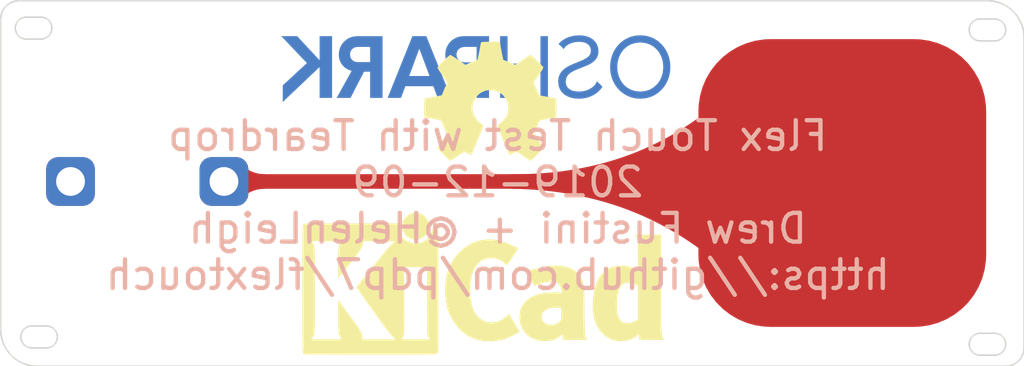
<source format=kicad_pcb>
(kicad_pcb (version 20171130) (host pcbnew 5.1.4-e60b266~84~ubuntu19.04.1)

  (general
    (thickness 1.6)
    (drawings 33)
    (tracks 2)
    (zones 0)
    (modules 6)
    (nets 3)
  )

  (page A4)
  (layers
    (0 F.Cu signal)
    (31 B.Cu signal)
    (32 B.Adhes user)
    (33 F.Adhes user)
    (34 B.Paste user)
    (35 F.Paste user)
    (36 B.SilkS user)
    (37 F.SilkS user)
    (38 B.Mask user)
    (39 F.Mask user)
    (40 Dwgs.User user)
    (41 Cmts.User user)
    (42 Eco1.User user)
    (43 Eco2.User user)
    (44 Edge.Cuts user)
    (45 Margin user)
    (46 B.CrtYd user)
    (47 F.CrtYd user)
    (48 B.Fab user)
    (49 F.Fab user)
  )

  (setup
    (last_trace_width 0.25)
    (trace_clearance 0.2)
    (zone_clearance 0.508)
    (zone_45_only no)
    (trace_min 0.2)
    (via_size 0.8)
    (via_drill 0.4)
    (via_min_size 0.4)
    (via_min_drill 0.3)
    (uvia_size 0.3)
    (uvia_drill 0.1)
    (uvias_allowed no)
    (uvia_min_size 0.2)
    (uvia_min_drill 0.1)
    (edge_width 0.05)
    (segment_width 0.2)
    (pcb_text_width 0.3)
    (pcb_text_size 1.5 1.5)
    (mod_edge_width 0.12)
    (mod_text_size 1 1)
    (mod_text_width 0.15)
    (pad_size 1.7 1.7)
    (pad_drill 1)
    (pad_to_mask_clearance 0.051)
    (solder_mask_min_width 0.25)
    (aux_axis_origin 0 0)
    (visible_elements FFFFFF7F)
    (pcbplotparams
      (layerselection 0x010fc_ffffffff)
      (usegerberextensions false)
      (usegerberattributes false)
      (usegerberadvancedattributes false)
      (creategerberjobfile false)
      (excludeedgelayer true)
      (linewidth 0.100000)
      (plotframeref false)
      (viasonmask false)
      (mode 1)
      (useauxorigin false)
      (hpglpennumber 1)
      (hpglpenspeed 20)
      (hpglpendiameter 15.000000)
      (psnegative false)
      (psa4output false)
      (plotreference true)
      (plotvalue true)
      (plotinvisibletext false)
      (padsonsilk false)
      (subtractmaskfromsilk false)
      (outputformat 1)
      (mirror false)
      (drillshape 1)
      (scaleselection 1)
      (outputdirectory ""))
  )

  (net 0 "")
  (net 1 "Net-(J1-Pad1)")
  (net 2 "Net-(J2-Pad1)")

  (net_class Default "This is the default net class."
    (clearance 0.2)
    (trace_width 0.25)
    (via_dia 0.8)
    (via_drill 0.4)
    (uvia_dia 0.3)
    (uvia_drill 0.1)
    (add_net "Net-(J1-Pad1)")
    (add_net "Net-(J2-Pad1)")
  )

  (module afterdark:osh-park-text-cu-mask (layer B.Cu) (tedit 5DEE72F0) (tstamp 5DEECBD8)
    (at 121.92 52.2605 180)
    (descr "Imported from OSHPARK.svg")
    (tags svg2mod)
    (attr smd)
    (fp_text reference OSH_small (at 0 3.81 180) (layer B.Cu) hide
      (effects (font (size 1.524 1.524) (thickness 0.3048)) (justify mirror))
    )
    (fp_text value G*** (at 0 -2.54 180) (layer B.Cu) hide
      (effects (font (size 1.524 1.524) (thickness 0.3048)) (justify mirror))
    )
    (fp_poly (pts (xy 0.42791 1.499365) (xy -0.02711 1.124465) (xy 0.38781 1.124465) (xy 0.44521 1.119465)
      (xy 0.49851 1.104965) (xy 0.54661 1.081665) (xy 0.58851 1.050365) (xy 0.62301 1.011665)
      (xy 0.64901 0.966265) (xy 0.66541 0.914865) (xy 0.67141 0.858265) (xy 0.66541 0.799865)
      (xy 0.64901 0.747465) (xy 0.62301 0.701465) (xy 0.58851 0.662565) (xy 0.54661 0.631365)
      (xy 0.49851 0.608365) (xy 0.44521 0.594165) (xy 0.38781 0.589165) (xy 0.38781 0.589365)
      (xy -0.02711 0.589365) (xy -0.02711 1.124465) (xy 0.42791 1.499365) (xy -0.45915 1.499365)
      (xy -0.45915 -0.646755) (xy -0.02707 -0.646755) (xy -0.02707 0.237445) (xy 0.42791 0.237445)
      (xy 0.5579 0.249645) (xy 0.67807 0.284945) (xy 0.78609 0.341145) (xy 0.87969 0.416145)
      (xy 0.95649 0.507845) (xy 1.01419 0.613995) (xy 1.05049 0.732475) (xy 1.06309 0.861155)
      (xy 1.05049 0.989625) (xy 1.01419 1.109345) (xy 0.95649 1.217725) (xy 0.87969 1.312225)
      (xy 0.78609 1.390225) (xy 0.67807 1.449125) (xy 0.5579 1.486325) (xy 0.42791 1.499325)
      (xy 0.42791 1.499365)) (layer B.Mask) (width 0))
    (fp_poly (pts (xy -1.10433 1.499365) (xy -1.10433 0.543625) (xy -2.24607 0.543625) (xy -2.24607 1.499365)
      (xy -2.50646 1.499365) (xy -2.50646 -0.646755) (xy -2.24607 -0.646755) (xy -2.24607 0.308985)
      (xy -1.10433 0.308985) (xy -1.10433 -0.646755) (xy -0.84394 -0.646755) (xy -0.84394 1.499365)
      (xy -1.10433 1.499365)) (layer B.Mask) (width 0))
    (fp_poly (pts (xy -5.71389 -0.675375) (xy -5.71389 -0.426425) (xy -5.88469 -0.409425) (xy -6.03947 -0.360425)
      (xy -6.17614 -0.282625) (xy -6.29262 -0.179265) (xy -6.38682 -0.053515) (xy -6.45672 0.091455)
      (xy -6.50022 0.252455) (xy -6.51512 0.426295) (xy -6.50022 0.600135) (xy -6.45672 0.761135)
      (xy -6.38682 0.906105) (xy -6.29262 1.031855) (xy -6.17614 1.135215) (xy -6.03947 1.213015)
      (xy -5.88469 1.262015) (xy -5.71389 1.279015) (xy -5.54238 1.262015) (xy -5.38754 1.213015)
      (xy -5.25128 1.135215) (xy -5.13551 1.031855) (xy -5.04211 0.906105) (xy -4.97301 0.761135)
      (xy -4.93021 0.600135) (xy -4.91551 0.426295) (xy -4.93021 0.252455) (xy -4.97301 0.091455)
      (xy -5.04211 -0.053515) (xy -5.13551 -0.179265) (xy -5.25128 -0.282625) (xy -5.38754 -0.360425)
      (xy -5.54238 -0.409425) (xy -5.71389 -0.426425) (xy -5.71389 -0.675375) (xy -5.60215 -0.669375)
      (xy -5.49471 -0.652675) (xy -5.39197 -0.625575) (xy -5.29437 -0.588575) (xy -5.20217 -0.542275)
      (xy -5.11587 -0.487175) (xy -5.03597 -0.423775) (xy -4.96277 -0.352775) (xy -4.89667 -0.274575)
      (xy -4.83807 -0.189775) (xy -4.78737 -0.098975) (xy -4.74497 -0.002675) (xy -4.71127 0.098595)
      (xy -4.68667 0.204255) (xy -4.67167 0.313775) (xy -4.66667 0.426585) (xy -4.67167 0.539405)
      (xy -4.68667 0.648915) (xy -4.71127 0.754585) (xy -4.74497 0.855855) (xy -4.78737 0.952155)
      (xy -4.83807 1.042955) (xy -4.89667 1.127755) (xy -4.96277 1.205955) (xy -5.03597 1.277055)
      (xy -5.11587 1.340455) (xy -5.20217 1.395555) (xy -5.29437 1.441855) (xy -5.39197 1.478855)
      (xy -5.49471 1.505955) (xy -5.60215 1.522655) (xy -5.71389 1.528655) (xy -5.82609 1.522655)
      (xy -5.93388 1.505955) (xy -6.03687 1.478855) (xy -6.13467 1.441855) (xy -6.22687 1.395555)
      (xy -6.31307 1.340455) (xy -6.39297 1.277055) (xy -6.46607 1.205955) (xy -6.53207 1.127755)
      (xy -6.59047 1.042955) (xy -6.64097 0.952155) (xy -6.68317 0.855855) (xy -6.71667 0.754585)
      (xy -6.74107 0.648915) (xy -6.75597 0.539405) (xy -6.76097 0.426585) (xy -6.75597 0.313775)
      (xy -6.74107 0.204255) (xy -6.71667 0.098595) (xy -6.68317 -0.002675) (xy -6.64097 -0.098975)
      (xy -6.59047 -0.189775) (xy -6.53207 -0.274575) (xy -6.46607 -0.352775) (xy -6.39297 -0.423775)
      (xy -6.31307 -0.487175) (xy -6.22687 -0.542275) (xy -6.13467 -0.588575) (xy -6.03687 -0.625575)
      (xy -5.93388 -0.652675) (xy -5.82609 -0.669375) (xy -5.71389 -0.675375)) (layer B.Mask) (width 0))
    (fp_poly (pts (xy 2.59844 -0.646755) (xy 1.96319 1.061555) (xy 2.31515 0.114405) (xy 1.60836 0.114405)
      (xy 1.96319 1.061555) (xy 2.59844 -0.646755) (xy 3.06487 -0.646755) (xy 2.20355 1.499365)
      (xy 1.71996 1.499365) (xy 0.85865 -0.646755) (xy 1.32508 -0.646755) (xy 1.47674 -0.240425)
      (xy 2.44678 -0.240425) (xy 2.59844 -0.646755)) (layer B.Mask) (width 0))
    (fp_poly (pts (xy -3.5907 -0.675375) (xy -3.44187 -0.666375) (xy -3.30406 -0.638975) (xy -3.18001 -0.592975)
      (xy -3.07241 -0.527975) (xy -2.98401 -0.443675) (xy -2.91751 -0.339725) (xy -2.87561 -0.215805)
      (xy -2.86101 -0.071555) (xy -2.87691 0.067765) (xy -2.92141 0.185085) (xy -2.98981 0.283385)
      (xy -3.07751 0.365585) (xy -3.17982 0.434585) (xy -3.29208 0.493385) (xy -3.52784 0.592285)
      (xy -3.70664 0.664485) (xy -3.85727 0.747185) (xy -3.91627 0.796085) (xy -3.96127 0.851885)
      (xy -3.98997 0.916085) (xy -4.00007 0.990085) (xy -3.99207 1.065085) (xy -3.96807 1.129385)
      (xy -3.93017 1.183085) (xy -3.88027 1.226485) (xy -3.82017 1.259885) (xy -3.75177 1.283385)
      (xy -3.67677 1.297385) (xy -3.59697 1.302385) (xy -3.50107 1.297385) (xy -3.41297 1.283685)
      (xy -3.33277 1.261785) (xy -3.26037 1.232285) (xy -3.19597 1.195985) (xy -3.13947 1.153585)
      (xy -3.05047 1.053115) (xy -2.87592 1.230525) (xy -2.93462 1.292625) (xy -3.00322 1.349425)
      (xy -3.08132 1.400125) (xy -3.16862 1.443725) (xy -3.26472 1.479225) (xy -3.36936 1.505725)
      (xy -3.48217 1.522325) (xy -3.60284 1.528325) (xy -3.73476 1.519325) (xy -3.85823 1.492325)
      (xy -3.97043 1.447725) (xy -4.06853 1.385725) (xy -4.14973 1.306725) (xy -4.21123 1.211025)
      (xy -4.25023 1.098835) (xy -4.26383 0.970525) (xy -4.24983 0.850975) (xy -4.21043 0.750275)
      (xy -4.14943 0.665775) (xy -4.07063 0.594875) (xy -3.97793 0.534975) (xy -3.87509 0.483475)
      (xy -3.6543 0.395275) (xy -3.4565 0.315675) (xy -3.3666 0.271075) (xy -3.2866 0.220375)
      (xy -3.2195 0.161475) (xy -3.1682 0.092275) (xy -3.1357 0.010675) (xy -3.1249 -0.085425)
      (xy -3.1349 -0.169025) (xy -3.1618 -0.240025) (xy -3.2038 -0.298825) (xy -3.2593 -0.345825)
      (xy -3.3266 -0.381625) (xy -3.404 -0.406625) (xy -3.4899 -0.421225) (xy -3.5826 -0.426225)
      (xy -3.69075 -0.419225) (xy -3.79323 -0.400125) (xy -3.88863 -0.369225) (xy -3.97563 -0.327425)
      (xy -4.05283 -0.275625) (xy -4.11893 -0.214625) (xy -4.17243 -0.145125) (xy -4.21203 -0.068125)
      (xy -4.40088 -0.259845) (xy -4.33778 -0.347545) (xy -4.26108 -0.427345) (xy -4.17208 -0.498045)
      (xy -4.07218 -0.558545) (xy -3.96276 -0.607645) (xy -3.84518 -0.644145) (xy -3.72084 -0.666945)
      (xy -3.59109 -0.674945) (xy -3.5907 -0.675375)) (layer B.Mask) (width 0))
    (fp_poly (pts (xy 6.76111 1.499365) (xy 6.20884 1.499365) (xy 5.42765 0.660945) (xy 5.42765 1.499365)
      (xy 4.99557 1.499365) (xy 4.99557 -0.646755) (xy 5.42765 -0.646755) (xy 5.42765 0.426305)
      (xy 6.7096 -0.789835) (xy 6.7096 -0.211805) (xy 5.87118 0.563655) (xy 6.76111 1.499365)) (layer B.Mask) (width 0))
    (fp_poly (pts (xy 4.31659 0.291815) (xy 4.11009 0.597815) (xy 3.67228 0.597815) (xy 3.67228 1.124325)
      (xy 4.11009 1.124325) (xy 4.16319 1.119325) (xy 4.21239 1.104325) (xy 4.25669 1.080425)
      (xy 4.29509 1.048625) (xy 4.32669 1.009925) (xy 4.35039 0.965125) (xy 4.36539 0.915225)
      (xy 4.37039 0.861225) (xy 4.36539 0.807225) (xy 4.35069 0.757325) (xy 4.32729 0.712525)
      (xy 4.29609 0.673825) (xy 4.25789 0.642025) (xy 4.21359 0.618125) (xy 4.16399 0.603125)
      (xy 4.11009 0.598125) (xy 4.11009 0.597815) (xy 4.31659 0.291815) (xy 4.41049 0.323415)
      (xy 4.49619 0.368215) (xy 4.57229 0.425215) (xy 4.63749 0.493415) (xy 4.69049 0.571815)
      (xy 4.72989 0.659415) (xy 4.75449 0.755215) (xy 4.76249 0.858195) (xy 4.74979 0.988425)
      (xy 4.71319 1.109245) (xy 4.65509 1.218185) (xy 4.57799 1.312785) (xy 4.48419 1.390585)
      (xy 4.37621 1.449285) (xy 4.25643 1.486285) (xy 4.12726 1.499185) (xy 3.2402 1.499185)
      (xy 3.2402 -0.646935) (xy 3.67228 -0.646935) (xy 3.67228 0.263015) (xy 3.88403 0.263015)
      (xy 4.35332 -0.646935) (xy 4.83691 -0.646935) (xy 4.31612 0.291635) (xy 4.31659 0.291815)) (layer B.Mask) (width 0))
    (fp_poly (pts (xy -5.71389 -0.675375) (xy -5.71389 -0.426425) (xy -5.88469 -0.409425) (xy -6.03947 -0.360425)
      (xy -6.17614 -0.282625) (xy -6.29262 -0.179265) (xy -6.38682 -0.053515) (xy -6.45672 0.091455)
      (xy -6.50022 0.252455) (xy -6.51512 0.426295) (xy -6.50022 0.600135) (xy -6.45672 0.761135)
      (xy -6.38682 0.906105) (xy -6.29262 1.031855) (xy -6.17614 1.135215) (xy -6.03947 1.213015)
      (xy -5.88469 1.262015) (xy -5.71389 1.279015) (xy -5.54238 1.262015) (xy -5.38754 1.213015)
      (xy -5.25128 1.135215) (xy -5.13551 1.031855) (xy -5.04211 0.906105) (xy -4.97301 0.761135)
      (xy -4.93021 0.600135) (xy -4.91551 0.426295) (xy -4.93021 0.252455) (xy -4.97301 0.091455)
      (xy -5.04211 -0.053515) (xy -5.13551 -0.179265) (xy -5.25128 -0.282625) (xy -5.38754 -0.360425)
      (xy -5.54238 -0.409425) (xy -5.71389 -0.426425) (xy -5.71389 -0.675375) (xy -5.60215 -0.669375)
      (xy -5.49471 -0.652675) (xy -5.39197 -0.625575) (xy -5.29437 -0.588575) (xy -5.20217 -0.542275)
      (xy -5.11587 -0.487175) (xy -5.03597 -0.423775) (xy -4.96277 -0.352775) (xy -4.89667 -0.274575)
      (xy -4.83807 -0.189775) (xy -4.78737 -0.098975) (xy -4.74497 -0.002675) (xy -4.71127 0.098595)
      (xy -4.68667 0.204255) (xy -4.67167 0.313775) (xy -4.66667 0.426585) (xy -4.67167 0.539405)
      (xy -4.68667 0.648915) (xy -4.71127 0.754585) (xy -4.74497 0.855855) (xy -4.78737 0.952155)
      (xy -4.83807 1.042955) (xy -4.89667 1.127755) (xy -4.96277 1.205955) (xy -5.03597 1.277055)
      (xy -5.11587 1.340455) (xy -5.20217 1.395555) (xy -5.29437 1.441855) (xy -5.39197 1.478855)
      (xy -5.49471 1.505955) (xy -5.60215 1.522655) (xy -5.71389 1.528655) (xy -5.82609 1.522655)
      (xy -5.93388 1.505955) (xy -6.03687 1.478855) (xy -6.13467 1.441855) (xy -6.22687 1.395555)
      (xy -6.31307 1.340455) (xy -6.39297 1.277055) (xy -6.46607 1.205955) (xy -6.53207 1.127755)
      (xy -6.59047 1.042955) (xy -6.64097 0.952155) (xy -6.68317 0.855855) (xy -6.71667 0.754585)
      (xy -6.74107 0.648915) (xy -6.75597 0.539405) (xy -6.76097 0.426585) (xy -6.75597 0.313775)
      (xy -6.74107 0.204255) (xy -6.71667 0.098595) (xy -6.68317 -0.002675) (xy -6.64097 -0.098975)
      (xy -6.59047 -0.189775) (xy -6.53207 -0.274575) (xy -6.46607 -0.352775) (xy -6.39297 -0.423775)
      (xy -6.31307 -0.487175) (xy -6.22687 -0.542275) (xy -6.13467 -0.588575) (xy -6.03687 -0.625575)
      (xy -5.93388 -0.652675) (xy -5.82609 -0.669375) (xy -5.71389 -0.675375)) (layer B.Cu) (width 0))
    (fp_poly (pts (xy -3.5907 -0.675375) (xy -3.44187 -0.666375) (xy -3.30406 -0.638975) (xy -3.18001 -0.592975)
      (xy -3.07241 -0.527975) (xy -2.98401 -0.443675) (xy -2.91751 -0.339725) (xy -2.87561 -0.215805)
      (xy -2.86101 -0.071555) (xy -2.87691 0.067765) (xy -2.92141 0.185085) (xy -2.98981 0.283385)
      (xy -3.07751 0.365585) (xy -3.17982 0.434585) (xy -3.29208 0.493385) (xy -3.52784 0.592285)
      (xy -3.70664 0.664485) (xy -3.85727 0.747185) (xy -3.91627 0.796085) (xy -3.96127 0.851885)
      (xy -3.98997 0.916085) (xy -4.00007 0.990085) (xy -3.99207 1.065085) (xy -3.96807 1.129385)
      (xy -3.93017 1.183085) (xy -3.88027 1.226485) (xy -3.82017 1.259885) (xy -3.75177 1.283385)
      (xy -3.67677 1.297385) (xy -3.59697 1.302385) (xy -3.50107 1.297385) (xy -3.41297 1.283685)
      (xy -3.33277 1.261785) (xy -3.26037 1.232285) (xy -3.19597 1.195985) (xy -3.13947 1.153585)
      (xy -3.05047 1.053115) (xy -2.87592 1.230525) (xy -2.93462 1.292625) (xy -3.00322 1.349425)
      (xy -3.08132 1.400125) (xy -3.16862 1.443725) (xy -3.26472 1.479225) (xy -3.36936 1.505725)
      (xy -3.48217 1.522325) (xy -3.60284 1.528325) (xy -3.73476 1.519325) (xy -3.85823 1.492325)
      (xy -3.97043 1.447725) (xy -4.06853 1.385725) (xy -4.14973 1.306725) (xy -4.21123 1.211025)
      (xy -4.25023 1.098835) (xy -4.26383 0.970525) (xy -4.24983 0.850975) (xy -4.21043 0.750275)
      (xy -4.14943 0.665775) (xy -4.07063 0.594875) (xy -3.97793 0.534975) (xy -3.87509 0.483475)
      (xy -3.6543 0.395275) (xy -3.4565 0.315675) (xy -3.3666 0.271075) (xy -3.2866 0.220375)
      (xy -3.2195 0.161475) (xy -3.1682 0.092275) (xy -3.1357 0.010675) (xy -3.1249 -0.085425)
      (xy -3.1349 -0.169025) (xy -3.1618 -0.240025) (xy -3.2038 -0.298825) (xy -3.2593 -0.345825)
      (xy -3.3266 -0.381625) (xy -3.404 -0.406625) (xy -3.4899 -0.421225) (xy -3.5826 -0.426225)
      (xy -3.69075 -0.419225) (xy -3.79323 -0.400125) (xy -3.88863 -0.369225) (xy -3.97563 -0.327425)
      (xy -4.05283 -0.275625) (xy -4.11893 -0.214625) (xy -4.17243 -0.145125) (xy -4.21203 -0.068125)
      (xy -4.40088 -0.259845) (xy -4.33778 -0.347545) (xy -4.26108 -0.427345) (xy -4.17208 -0.498045)
      (xy -4.07218 -0.558545) (xy -3.96276 -0.607645) (xy -3.84518 -0.644145) (xy -3.72084 -0.666945)
      (xy -3.59109 -0.674945) (xy -3.5907 -0.675375)) (layer B.Cu) (width 0))
    (fp_poly (pts (xy -1.10433 1.499365) (xy -1.10433 0.543625) (xy -2.24607 0.543625) (xy -2.24607 1.499365)
      (xy -2.50646 1.499365) (xy -2.50646 -0.646755) (xy -2.24607 -0.646755) (xy -2.24607 0.308985)
      (xy -1.10433 0.308985) (xy -1.10433 -0.646755) (xy -0.84394 -0.646755) (xy -0.84394 1.499365)
      (xy -1.10433 1.499365)) (layer B.Cu) (width 0))
    (fp_poly (pts (xy 0.42791 1.499365) (xy -0.02711 1.124465) (xy 0.38781 1.124465) (xy 0.44521 1.119465)
      (xy 0.49851 1.104965) (xy 0.54661 1.081665) (xy 0.58851 1.050365) (xy 0.62301 1.011665)
      (xy 0.64901 0.966265) (xy 0.66541 0.914865) (xy 0.67141 0.858265) (xy 0.66541 0.799865)
      (xy 0.64901 0.747465) (xy 0.62301 0.701465) (xy 0.58851 0.662565) (xy 0.54661 0.631365)
      (xy 0.49851 0.608365) (xy 0.44521 0.594165) (xy 0.38781 0.589165) (xy 0.38781 0.589365)
      (xy -0.02711 0.589365) (xy -0.02711 1.124465) (xy 0.42791 1.499365) (xy -0.45915 1.499365)
      (xy -0.45915 -0.646755) (xy -0.02707 -0.646755) (xy -0.02707 0.237445) (xy 0.42791 0.237445)
      (xy 0.5579 0.249645) (xy 0.67807 0.284945) (xy 0.78609 0.341145) (xy 0.87969 0.416145)
      (xy 0.95649 0.507845) (xy 1.01419 0.613995) (xy 1.05049 0.732475) (xy 1.06309 0.861155)
      (xy 1.05049 0.989625) (xy 1.01419 1.109345) (xy 0.95649 1.217725) (xy 0.87969 1.312225)
      (xy 0.78609 1.390225) (xy 0.67807 1.449125) (xy 0.5579 1.486325) (xy 0.42791 1.499325)
      (xy 0.42791 1.499365)) (layer B.Cu) (width 0))
    (fp_poly (pts (xy 2.59844 -0.646755) (xy 1.96319 1.061555) (xy 2.31515 0.114405) (xy 1.60836 0.114405)
      (xy 1.96319 1.061555) (xy 2.59844 -0.646755) (xy 3.06487 -0.646755) (xy 2.20355 1.499365)
      (xy 1.71996 1.499365) (xy 0.85865 -0.646755) (xy 1.32508 -0.646755) (xy 1.47674 -0.240425)
      (xy 2.44678 -0.240425) (xy 2.59844 -0.646755)) (layer B.Cu) (width 0))
    (fp_poly (pts (xy 4.31659 0.291815) (xy 4.11009 0.597815) (xy 3.67228 0.597815) (xy 3.67228 1.124325)
      (xy 4.11009 1.124325) (xy 4.16319 1.119325) (xy 4.21239 1.104325) (xy 4.25669 1.080425)
      (xy 4.29509 1.048625) (xy 4.32669 1.009925) (xy 4.35039 0.965125) (xy 4.36539 0.915225)
      (xy 4.37039 0.861225) (xy 4.36539 0.807225) (xy 4.35069 0.757325) (xy 4.32729 0.712525)
      (xy 4.29609 0.673825) (xy 4.25789 0.642025) (xy 4.21359 0.618125) (xy 4.16399 0.603125)
      (xy 4.11009 0.598125) (xy 4.11009 0.597815) (xy 4.31659 0.291815) (xy 4.41049 0.323415)
      (xy 4.49619 0.368215) (xy 4.57229 0.425215) (xy 4.63749 0.493415) (xy 4.69049 0.571815)
      (xy 4.72989 0.659415) (xy 4.75449 0.755215) (xy 4.76249 0.858195) (xy 4.74979 0.988425)
      (xy 4.71319 1.109245) (xy 4.65509 1.218185) (xy 4.57799 1.312785) (xy 4.48419 1.390585)
      (xy 4.37621 1.449285) (xy 4.25643 1.486285) (xy 4.12726 1.499185) (xy 3.2402 1.499185)
      (xy 3.2402 -0.646935) (xy 3.67228 -0.646935) (xy 3.67228 0.263015) (xy 3.88403 0.263015)
      (xy 4.35332 -0.646935) (xy 4.83691 -0.646935) (xy 4.31612 0.291635) (xy 4.31659 0.291815)) (layer B.Cu) (width 0))
    (fp_poly (pts (xy 6.76111 1.499365) (xy 6.20884 1.499365) (xy 5.42765 0.660945) (xy 5.42765 1.499365)
      (xy 4.99557 1.499365) (xy 4.99557 -0.646755) (xy 5.42765 -0.646755) (xy 5.42765 0.426305)
      (xy 6.7096 -0.789835) (xy 6.7096 -0.211805) (xy 5.87118 0.563655) (xy 6.76111 1.499365)) (layer B.Cu) (width 0))
  )

  (module Symbol:KiCad-Logo_5mm_SilkScreen (layer F.Cu) (tedit 0) (tstamp 5DEE69E8)
    (at 122.174 59.8805)
    (descr "KiCad Logo")
    (tags "Logo KiCad")
    (attr virtual)
    (fp_text reference REF** (at 0 -5.08) (layer F.SilkS) hide
      (effects (font (size 1 1) (thickness 0.15)))
    )
    (fp_text value KiCad-Logo_5mm_SilkScreen (at 0 3.81) (layer F.Fab) hide
      (effects (font (size 1 1) (thickness 0.15)))
    )
    (fp_poly (pts (xy -2.273043 -2.973429) (xy -2.176768 -2.949191) (xy -2.090184 -2.906359) (xy -2.015373 -2.846581)
      (xy -1.954418 -2.771506) (xy -1.909399 -2.68278) (xy -1.883136 -2.58647) (xy -1.877286 -2.489205)
      (xy -1.89214 -2.395346) (xy -1.92584 -2.307489) (xy -1.976528 -2.22823) (xy -2.042345 -2.160164)
      (xy -2.121434 -2.105888) (xy -2.211934 -2.067998) (xy -2.2632 -2.055574) (xy -2.307698 -2.048053)
      (xy -2.341999 -2.045081) (xy -2.37496 -2.046906) (xy -2.415434 -2.053775) (xy -2.448531 -2.06075)
      (xy -2.541947 -2.092259) (xy -2.625619 -2.143383) (xy -2.697665 -2.212571) (xy -2.7562 -2.298272)
      (xy -2.770148 -2.325511) (xy -2.786586 -2.361878) (xy -2.796894 -2.392418) (xy -2.80246 -2.42455)
      (xy -2.804669 -2.465693) (xy -2.804948 -2.511778) (xy -2.800861 -2.596135) (xy -2.787446 -2.665414)
      (xy -2.762256 -2.726039) (xy -2.722846 -2.784433) (xy -2.684298 -2.828698) (xy -2.612406 -2.894516)
      (xy -2.537313 -2.939947) (xy -2.454562 -2.96715) (xy -2.376928 -2.977424) (xy -2.273043 -2.973429)) (layer F.SilkS) (width 0.01))
    (fp_poly (pts (xy 6.186507 -0.527755) (xy 6.186526 -0.293338) (xy 6.186552 -0.080397) (xy 6.186625 0.112168)
      (xy 6.186782 0.285459) (xy 6.187064 0.440576) (xy 6.187509 0.57862) (xy 6.188156 0.700692)
      (xy 6.189045 0.807894) (xy 6.190213 0.901326) (xy 6.191701 0.98209) (xy 6.193546 1.051286)
      (xy 6.195789 1.110015) (xy 6.198469 1.159379) (xy 6.201623 1.200478) (xy 6.205292 1.234413)
      (xy 6.209513 1.262286) (xy 6.214327 1.285198) (xy 6.219773 1.304249) (xy 6.225888 1.32054)
      (xy 6.232712 1.335173) (xy 6.240285 1.349249) (xy 6.248645 1.363868) (xy 6.253839 1.372974)
      (xy 6.288104 1.433689) (xy 5.429955 1.433689) (xy 5.429955 1.337733) (xy 5.429224 1.29437)
      (xy 5.427272 1.261205) (xy 5.424463 1.243424) (xy 5.423221 1.241778) (xy 5.411799 1.248662)
      (xy 5.389084 1.266505) (xy 5.366385 1.285879) (xy 5.3118 1.326614) (xy 5.242321 1.367617)
      (xy 5.16527 1.405123) (xy 5.087965 1.435364) (xy 5.057113 1.445012) (xy 4.988616 1.459578)
      (xy 4.905764 1.469539) (xy 4.816371 1.474583) (xy 4.728248 1.474396) (xy 4.649207 1.468666)
      (xy 4.611511 1.462858) (xy 4.473414 1.424797) (xy 4.346113 1.367073) (xy 4.230292 1.290211)
      (xy 4.126637 1.194739) (xy 4.035833 1.081179) (xy 3.969031 0.970381) (xy 3.914164 0.853625)
      (xy 3.872163 0.734276) (xy 3.842167 0.608283) (xy 3.823311 0.471594) (xy 3.814732 0.320158)
      (xy 3.814006 0.242711) (xy 3.8161 0.185934) (xy 4.645217 0.185934) (xy 4.645424 0.279002)
      (xy 4.648337 0.366692) (xy 4.654 0.443772) (xy 4.662455 0.505009) (xy 4.665038 0.51735)
      (xy 4.69684 0.624633) (xy 4.738498 0.711658) (xy 4.790363 0.778642) (xy 4.852781 0.825805)
      (xy 4.9261 0.853365) (xy 5.010669 0.861541) (xy 5.106835 0.850551) (xy 5.170311 0.834829)
      (xy 5.219454 0.816639) (xy 5.273583 0.790791) (xy 5.314244 0.767089) (xy 5.3848 0.720721)
      (xy 5.3848 -0.42947) (xy 5.317392 -0.473038) (xy 5.238867 -0.51396) (xy 5.154681 -0.540611)
      (xy 5.069557 -0.552535) (xy 4.988216 -0.549278) (xy 4.91538 -0.530385) (xy 4.883426 -0.514816)
      (xy 4.825501 -0.471819) (xy 4.776544 -0.415047) (xy 4.73539 -0.342425) (xy 4.700874 -0.251879)
      (xy 4.671833 -0.141334) (xy 4.670552 -0.135467) (xy 4.660381 -0.073212) (xy 4.652739 0.004594)
      (xy 4.64767 0.09272) (xy 4.645217 0.185934) (xy 3.8161 0.185934) (xy 3.821857 0.029895)
      (xy 3.843802 -0.165941) (xy 3.879786 -0.344668) (xy 3.929759 -0.506155) (xy 3.993668 -0.650274)
      (xy 4.071462 -0.776894) (xy 4.163089 -0.885885) (xy 4.268497 -0.977117) (xy 4.313662 -1.008068)
      (xy 4.414611 -1.064215) (xy 4.517901 -1.103826) (xy 4.627989 -1.127986) (xy 4.74933 -1.137781)
      (xy 4.841836 -1.136735) (xy 4.97149 -1.125769) (xy 5.084084 -1.103954) (xy 5.182875 -1.070286)
      (xy 5.271121 -1.023764) (xy 5.319986 -0.989552) (xy 5.349353 -0.967638) (xy 5.371043 -0.952667)
      (xy 5.379253 -0.948267) (xy 5.380868 -0.959096) (xy 5.382159 -0.989749) (xy 5.383138 -1.037474)
      (xy 5.383817 -1.099521) (xy 5.38421 -1.173138) (xy 5.38433 -1.255573) (xy 5.384188 -1.344075)
      (xy 5.383797 -1.435893) (xy 5.383171 -1.528276) (xy 5.38232 -1.618472) (xy 5.38126 -1.703729)
      (xy 5.380001 -1.781297) (xy 5.378556 -1.848424) (xy 5.376938 -1.902359) (xy 5.375161 -1.94035)
      (xy 5.374669 -1.947333) (xy 5.367092 -2.017749) (xy 5.355531 -2.072898) (xy 5.337792 -2.120019)
      (xy 5.311682 -2.166353) (xy 5.305415 -2.175933) (xy 5.280983 -2.212622) (xy 6.186311 -2.212622)
      (xy 6.186507 -0.527755)) (layer F.SilkS) (width 0.01))
    (fp_poly (pts (xy 2.673574 -1.133448) (xy 2.825492 -1.113433) (xy 2.960756 -1.079798) (xy 3.080239 -1.032275)
      (xy 3.184815 -0.970595) (xy 3.262424 -0.907035) (xy 3.331265 -0.832901) (xy 3.385006 -0.753129)
      (xy 3.42791 -0.660909) (xy 3.443384 -0.617839) (xy 3.456244 -0.578858) (xy 3.467446 -0.542711)
      (xy 3.47712 -0.507566) (xy 3.485396 -0.47159) (xy 3.492403 -0.43295) (xy 3.498272 -0.389815)
      (xy 3.503131 -0.340351) (xy 3.50711 -0.282727) (xy 3.51034 -0.215109) (xy 3.512949 -0.135666)
      (xy 3.515067 -0.042564) (xy 3.516824 0.066027) (xy 3.518349 0.191942) (xy 3.519772 0.337012)
      (xy 3.521025 0.479778) (xy 3.522351 0.635968) (xy 3.523556 0.771239) (xy 3.524766 0.887246)
      (xy 3.526106 0.985645) (xy 3.5277 1.068093) (xy 3.529675 1.136246) (xy 3.532156 1.19176)
      (xy 3.535269 1.236292) (xy 3.539138 1.271498) (xy 3.543889 1.299034) (xy 3.549648 1.320556)
      (xy 3.556539 1.337722) (xy 3.564689 1.352186) (xy 3.574223 1.365606) (xy 3.585266 1.379638)
      (xy 3.589566 1.385071) (xy 3.605386 1.40791) (xy 3.612422 1.423463) (xy 3.612444 1.423922)
      (xy 3.601567 1.426121) (xy 3.570582 1.428147) (xy 3.521957 1.429942) (xy 3.458163 1.431451)
      (xy 3.381669 1.432616) (xy 3.294944 1.43338) (xy 3.200457 1.433686) (xy 3.18955 1.433689)
      (xy 2.766657 1.433689) (xy 2.763395 1.337622) (xy 2.760133 1.241556) (xy 2.698044 1.292543)
      (xy 2.600714 1.360057) (xy 2.490813 1.414749) (xy 2.404349 1.444978) (xy 2.335278 1.459666)
      (xy 2.251925 1.469659) (xy 2.162159 1.474646) (xy 2.073845 1.474313) (xy 1.994851 1.468351)
      (xy 1.958622 1.462638) (xy 1.818603 1.424776) (xy 1.692178 1.369932) (xy 1.58026 1.298924)
      (xy 1.483762 1.212568) (xy 1.4036 1.111679) (xy 1.340687 0.997076) (xy 1.296312 0.870984)
      (xy 1.283978 0.814401) (xy 1.276368 0.752202) (xy 1.272739 0.677363) (xy 1.272245 0.643467)
      (xy 1.27231 0.640282) (xy 2.032248 0.640282) (xy 2.041541 0.715333) (xy 2.069728 0.77916)
      (xy 2.118197 0.834798) (xy 2.123254 0.839211) (xy 2.171548 0.874037) (xy 2.223257 0.89662)
      (xy 2.283989 0.90854) (xy 2.359352 0.911383) (xy 2.377459 0.910978) (xy 2.431278 0.908325)
      (xy 2.471308 0.902909) (xy 2.506324 0.892745) (xy 2.545103 0.87585) (xy 2.555745 0.870672)
      (xy 2.616396 0.834844) (xy 2.663215 0.792212) (xy 2.675952 0.776973) (xy 2.720622 0.720462)
      (xy 2.720622 0.524586) (xy 2.720086 0.445939) (xy 2.718396 0.387988) (xy 2.715428 0.348875)
      (xy 2.711057 0.326741) (xy 2.706972 0.320274) (xy 2.691047 0.317111) (xy 2.657264 0.314488)
      (xy 2.61034 0.312655) (xy 2.554993 0.311857) (xy 2.546106 0.311842) (xy 2.42533 0.317096)
      (xy 2.32266 0.333263) (xy 2.236106 0.360961) (xy 2.163681 0.400808) (xy 2.108751 0.447758)
      (xy 2.064204 0.505645) (xy 2.03948 0.568693) (xy 2.032248 0.640282) (xy 1.27231 0.640282)
      (xy 1.274178 0.549712) (xy 1.282522 0.470812) (xy 1.298768 0.39959) (xy 1.324405 0.328864)
      (xy 1.348401 0.276493) (xy 1.40702 0.181196) (xy 1.485117 0.09317) (xy 1.580315 0.014017)
      (xy 1.690238 -0.05466) (xy 1.81251 -0.111259) (xy 1.944755 -0.154179) (xy 2.009422 -0.169118)
      (xy 2.145604 -0.191223) (xy 2.294049 -0.205806) (xy 2.445505 -0.212187) (xy 2.572064 -0.210555)
      (xy 2.73395 -0.203776) (xy 2.72653 -0.262755) (xy 2.707238 -0.361908) (xy 2.676104 -0.442628)
      (xy 2.632269 -0.505534) (xy 2.574871 -0.551244) (xy 2.503048 -0.580378) (xy 2.415941 -0.593553)
      (xy 2.312686 -0.591389) (xy 2.274711 -0.587388) (xy 2.13352 -0.56222) (xy 1.996707 -0.521186)
      (xy 1.902178 -0.483185) (xy 1.857018 -0.46381) (xy 1.818585 -0.44824) (xy 1.792234 -0.438595)
      (xy 1.784546 -0.436548) (xy 1.774802 -0.445626) (xy 1.758083 -0.474595) (xy 1.734232 -0.523783)
      (xy 1.703093 -0.593516) (xy 1.664507 -0.684121) (xy 1.65791 -0.699911) (xy 1.627853 -0.772228)
      (xy 1.600874 -0.837575) (xy 1.578136 -0.893094) (xy 1.560806 -0.935928) (xy 1.550048 -0.963219)
      (xy 1.546941 -0.972058) (xy 1.55694 -0.976813) (xy 1.583217 -0.98209) (xy 1.611489 -0.985769)
      (xy 1.641646 -0.990526) (xy 1.689433 -0.999972) (xy 1.750612 -1.01318) (xy 1.820946 -1.029224)
      (xy 1.896194 -1.04718) (xy 1.924755 -1.054203) (xy 2.029816 -1.079791) (xy 2.11748 -1.099853)
      (xy 2.192068 -1.115031) (xy 2.257903 -1.125965) (xy 2.319307 -1.133296) (xy 2.380602 -1.137665)
      (xy 2.44611 -1.139713) (xy 2.504128 -1.140111) (xy 2.673574 -1.133448)) (layer F.SilkS) (width 0.01))
    (fp_poly (pts (xy 0.328429 -2.050929) (xy 0.48857 -2.029755) (xy 0.65251 -1.989615) (xy 0.822313 -1.930111)
      (xy 1.000043 -1.850846) (xy 1.01131 -1.845301) (xy 1.069005 -1.817275) (xy 1.120552 -1.793198)
      (xy 1.162191 -1.774751) (xy 1.190162 -1.763614) (xy 1.199733 -1.761067) (xy 1.21895 -1.756059)
      (xy 1.223561 -1.751853) (xy 1.218458 -1.74142) (xy 1.202418 -1.715132) (xy 1.177288 -1.675743)
      (xy 1.144914 -1.626009) (xy 1.107143 -1.568685) (xy 1.065822 -1.506524) (xy 1.022798 -1.442282)
      (xy 0.979917 -1.378715) (xy 0.939026 -1.318575) (xy 0.901971 -1.26462) (xy 0.8706 -1.219603)
      (xy 0.846759 -1.186279) (xy 0.832294 -1.167403) (xy 0.830309 -1.165213) (xy 0.820191 -1.169862)
      (xy 0.79785 -1.187038) (xy 0.76728 -1.21356) (xy 0.751536 -1.228036) (xy 0.655047 -1.303318)
      (xy 0.548336 -1.358759) (xy 0.432832 -1.393859) (xy 0.309962 -1.40812) (xy 0.240561 -1.406949)
      (xy 0.119423 -1.389788) (xy 0.010205 -1.353906) (xy -0.087418 -1.299041) (xy -0.173772 -1.22493)
      (xy -0.249185 -1.131312) (xy -0.313982 -1.017924) (xy -0.351399 -0.931333) (xy -0.395252 -0.795634)
      (xy -0.427572 -0.64815) (xy -0.448443 -0.492686) (xy -0.457949 -0.333044) (xy -0.456173 -0.173027)
      (xy -0.443197 -0.016439) (xy -0.419106 0.132918) (xy -0.383982 0.27124) (xy -0.337908 0.394724)
      (xy -0.321627 0.428978) (xy -0.25338 0.543064) (xy -0.172921 0.639557) (xy -0.08143 0.71767)
      (xy 0.019911 0.776617) (xy 0.12992 0.815612) (xy 0.247415 0.833868) (xy 0.288883 0.835211)
      (xy 0.410441 0.82429) (xy 0.530878 0.791474) (xy 0.648666 0.737439) (xy 0.762277 0.662865)
      (xy 0.853685 0.584539) (xy 0.900215 0.540008) (xy 1.081483 0.837271) (xy 1.12658 0.911433)
      (xy 1.167819 0.979646) (xy 1.203735 1.039459) (xy 1.232866 1.08842) (xy 1.25375 1.124079)
      (xy 1.264924 1.143984) (xy 1.266375 1.147079) (xy 1.258146 1.156718) (xy 1.232567 1.173999)
      (xy 1.192873 1.197283) (xy 1.142297 1.224934) (xy 1.084074 1.255315) (xy 1.021437 1.28679)
      (xy 0.957621 1.317722) (xy 0.89586 1.346473) (xy 0.839388 1.371408) (xy 0.791438 1.390889)
      (xy 0.767986 1.399318) (xy 0.634221 1.437133) (xy 0.496327 1.462136) (xy 0.348622 1.47514)
      (xy 0.221833 1.477468) (xy 0.153878 1.476373) (xy 0.088277 1.474275) (xy 0.030847 1.471434)
      (xy -0.012597 1.468106) (xy -0.026702 1.466422) (xy -0.165716 1.437587) (xy -0.307243 1.392468)
      (xy -0.444725 1.33375) (xy -0.571606 1.26412) (xy -0.649111 1.211441) (xy -0.776519 1.103239)
      (xy -0.894822 0.976671) (xy -1.001828 0.834866) (xy -1.095348 0.680951) (xy -1.17319 0.518053)
      (xy -1.217044 0.400756) (xy -1.267292 0.217128) (xy -1.300791 0.022581) (xy -1.317551 -0.178675)
      (xy -1.317584 -0.382432) (xy -1.300899 -0.584479) (xy -1.267507 -0.780608) (xy -1.21742 -0.966609)
      (xy -1.213603 -0.978197) (xy -1.150719 -1.14025) (xy -1.073972 -1.288168) (xy -0.980758 -1.426135)
      (xy -0.868473 -1.558339) (xy -0.824608 -1.603601) (xy -0.688466 -1.727543) (xy -0.548509 -1.830085)
      (xy -0.402589 -1.912344) (xy -0.248558 -1.975436) (xy -0.084268 -2.020477) (xy 0.011289 -2.037967)
      (xy 0.170023 -2.053534) (xy 0.328429 -2.050929)) (layer F.SilkS) (width 0.01))
    (fp_poly (pts (xy -2.9464 -2.510946) (xy -2.935535 -2.397007) (xy -2.903918 -2.289384) (xy -2.853015 -2.190385)
      (xy -2.784293 -2.102316) (xy -2.699219 -2.027484) (xy -2.602232 -1.969616) (xy -2.495964 -1.929995)
      (xy -2.38895 -1.911427) (xy -2.2833 -1.912566) (xy -2.181125 -1.93207) (xy -2.084534 -1.968594)
      (xy -1.995638 -2.020795) (xy -1.916546 -2.087327) (xy -1.849369 -2.166848) (xy -1.796217 -2.258013)
      (xy -1.759199 -2.359477) (xy -1.740427 -2.469898) (xy -1.738489 -2.519794) (xy -1.738489 -2.607733)
      (xy -1.68656 -2.607733) (xy -1.650253 -2.604889) (xy -1.623355 -2.593089) (xy -1.596249 -2.569351)
      (xy -1.557867 -2.530969) (xy -1.557867 -0.339398) (xy -1.557876 -0.077261) (xy -1.557908 0.163241)
      (xy -1.557972 0.383048) (xy -1.558076 0.583101) (xy -1.558227 0.764344) (xy -1.558434 0.927716)
      (xy -1.558706 1.07416) (xy -1.55905 1.204617) (xy -1.559474 1.320029) (xy -1.559987 1.421338)
      (xy -1.560597 1.509484) (xy -1.561312 1.58541) (xy -1.56214 1.650057) (xy -1.563089 1.704367)
      (xy -1.564167 1.74928) (xy -1.565383 1.78574) (xy -1.566745 1.814687) (xy -1.568261 1.837063)
      (xy -1.569938 1.853809) (xy -1.571786 1.865868) (xy -1.573813 1.87418) (xy -1.576025 1.879687)
      (xy -1.577108 1.881537) (xy -1.581271 1.888549) (xy -1.584805 1.894996) (xy -1.588635 1.9009)
      (xy -1.593682 1.906286) (xy -1.600871 1.911178) (xy -1.611123 1.915598) (xy -1.625364 1.919572)
      (xy -1.644514 1.923121) (xy -1.669499 1.92627) (xy -1.70124 1.929042) (xy -1.740662 1.931461)
      (xy -1.788686 1.933551) (xy -1.846237 1.935335) (xy -1.914237 1.936837) (xy -1.99361 1.93808)
      (xy -2.085279 1.939089) (xy -2.190166 1.939885) (xy -2.309196 1.940494) (xy -2.44329 1.940939)
      (xy -2.593373 1.941243) (xy -2.760367 1.94143) (xy -2.945196 1.941524) (xy -3.148783 1.941548)
      (xy -3.37205 1.941525) (xy -3.615922 1.94148) (xy -3.881321 1.941437) (xy -3.919704 1.941432)
      (xy -4.186682 1.941389) (xy -4.432002 1.941318) (xy -4.656583 1.941213) (xy -4.861345 1.941066)
      (xy -5.047206 1.940869) (xy -5.215088 1.940616) (xy -5.365908 1.9403) (xy -5.500587 1.939913)
      (xy -5.620044 1.939447) (xy -5.725199 1.938897) (xy -5.816971 1.938253) (xy -5.896279 1.937511)
      (xy -5.964043 1.936661) (xy -6.021182 1.935697) (xy -6.068617 1.934611) (xy -6.107266 1.933397)
      (xy -6.138049 1.932047) (xy -6.161885 1.930555) (xy -6.179694 1.928911) (xy -6.192395 1.927111)
      (xy -6.200908 1.925145) (xy -6.205266 1.923477) (xy -6.213728 1.919906) (xy -6.221497 1.91727)
      (xy -6.228602 1.914634) (xy -6.235073 1.911062) (xy -6.240939 1.905621) (xy -6.246229 1.897375)
      (xy -6.250974 1.88539) (xy -6.255202 1.868731) (xy -6.258943 1.846463) (xy -6.262227 1.817652)
      (xy -6.265083 1.781363) (xy -6.26754 1.736661) (xy -6.269629 1.682611) (xy -6.271378 1.618279)
      (xy -6.272817 1.54273) (xy -6.273976 1.45503) (xy -6.274883 1.354243) (xy -6.275569 1.239434)
      (xy -6.276063 1.10967) (xy -6.276395 0.964015) (xy -6.276593 0.801535) (xy -6.276687 0.621295)
      (xy -6.276708 0.42236) (xy -6.276685 0.203796) (xy -6.276646 -0.035332) (xy -6.276622 -0.29596)
      (xy -6.276622 -0.338111) (xy -6.276636 -0.601008) (xy -6.276661 -0.842268) (xy -6.276671 -1.062835)
      (xy -6.276642 -1.263648) (xy -6.276548 -1.445651) (xy -6.276362 -1.609784) (xy -6.276059 -1.756989)
      (xy -6.275614 -1.888208) (xy -6.275034 -1.998133) (xy -5.972197 -1.998133) (xy -5.932407 -1.940289)
      (xy -5.921236 -1.924521) (xy -5.911166 -1.910559) (xy -5.902138 -1.897216) (xy -5.894097 -1.883307)
      (xy -5.886986 -1.867644) (xy -5.880747 -1.849042) (xy -5.875325 -1.826314) (xy -5.870662 -1.798273)
      (xy -5.866701 -1.763733) (xy -5.863385 -1.721508) (xy -5.860659 -1.670411) (xy -5.858464 -1.609256)
      (xy -5.856745 -1.536856) (xy -5.855444 -1.452025) (xy -5.854505 -1.353578) (xy -5.85387 -1.240326)
      (xy -5.853484 -1.111084) (xy -5.853288 -0.964666) (xy -5.853227 -0.799884) (xy -5.853243 -0.615553)
      (xy -5.85328 -0.410487) (xy -5.853289 -0.287867) (xy -5.853265 -0.070918) (xy -5.853231 0.124642)
      (xy -5.853243 0.299999) (xy -5.853358 0.456341) (xy -5.85363 0.594857) (xy -5.854118 0.716734)
      (xy -5.854876 0.82316) (xy -5.855962 0.915322) (xy -5.857431 0.994409) (xy -5.85934 1.061608)
      (xy -5.861744 1.118107) (xy -5.864701 1.165093) (xy -5.868266 1.203755) (xy -5.872495 1.23528)
      (xy -5.877446 1.260855) (xy -5.883173 1.28167) (xy -5.889733 1.298911) (xy -5.897183 1.313765)
      (xy -5.905579 1.327422) (xy -5.914976 1.341069) (xy -5.925432 1.355893) (xy -5.931523 1.364783)
      (xy -5.970296 1.4224) (xy -5.438732 1.4224) (xy -5.315483 1.422365) (xy -5.212987 1.422215)
      (xy -5.12942 1.421878) (xy -5.062956 1.421286) (xy -5.011771 1.420367) (xy -4.974041 1.419051)
      (xy -4.94794 1.417269) (xy -4.931644 1.414951) (xy -4.923328 1.412026) (xy -4.921168 1.408424)
      (xy -4.923339 1.404075) (xy -4.924535 1.402645) (xy -4.949685 1.365573) (xy -4.975583 1.312772)
      (xy -4.999192 1.25077) (xy -5.007461 1.224357) (xy -5.012078 1.206416) (xy -5.015979 1.185355)
      (xy -5.019248 1.159089) (xy -5.021966 1.125532) (xy -5.024215 1.082599) (xy -5.026077 1.028204)
      (xy -5.027636 0.960262) (xy -5.028972 0.876688) (xy -5.030169 0.775395) (xy -5.031308 0.6543)
      (xy -5.031685 0.6096) (xy -5.032702 0.484449) (xy -5.03346 0.380082) (xy -5.033903 0.294707)
      (xy -5.03397 0.226533) (xy -5.033605 0.173765) (xy -5.032748 0.134614) (xy -5.031341 0.107285)
      (xy -5.029325 0.089986) (xy -5.026643 0.080926) (xy -5.023236 0.078312) (xy -5.019044 0.080351)
      (xy -5.014571 0.084667) (xy -5.004216 0.097602) (xy -4.982158 0.126676) (xy -4.949957 0.169759)
      (xy -4.909174 0.224718) (xy -4.86137 0.289423) (xy -4.808105 0.361742) (xy -4.75094 0.439544)
      (xy -4.691437 0.520698) (xy -4.631155 0.603072) (xy -4.571655 0.684536) (xy -4.514498 0.762957)
      (xy -4.461245 0.836204) (xy -4.413457 0.902147) (xy -4.372693 0.958654) (xy -4.340516 1.003593)
      (xy -4.318485 1.034834) (xy -4.313917 1.041466) (xy -4.290996 1.078369) (xy -4.264188 1.126359)
      (xy -4.238789 1.175897) (xy -4.235568 1.182577) (xy -4.21389 1.230772) (xy -4.201304 1.268334)
      (xy -4.195574 1.30416) (xy -4.194456 1.3462) (xy -4.19509 1.4224) (xy -3.040651 1.4224)
      (xy -3.131815 1.328669) (xy -3.178612 1.278775) (xy -3.228899 1.222295) (xy -3.274944 1.168026)
      (xy -3.295369 1.142673) (xy -3.325807 1.103128) (xy -3.365862 1.049916) (xy -3.414361 0.984667)
      (xy -3.470135 0.909011) (xy -3.532011 0.824577) (xy -3.598819 0.732994) (xy -3.669387 0.635892)
      (xy -3.742545 0.534901) (xy -3.817121 0.43165) (xy -3.891944 0.327768) (xy -3.965843 0.224885)
      (xy -4.037646 0.124631) (xy -4.106184 0.028636) (xy -4.170284 -0.061473) (xy -4.228775 -0.144064)
      (xy -4.280486 -0.217508) (xy -4.324247 -0.280176) (xy -4.358885 -0.330439) (xy -4.38323 -0.366666)
      (xy -4.396111 -0.387229) (xy -4.397869 -0.391332) (xy -4.38991 -0.402658) (xy -4.369115 -0.429838)
      (xy -4.336847 -0.471171) (xy -4.29447 -0.524956) (xy -4.243347 -0.589494) (xy -4.184841 -0.663082)
      (xy -4.120314 -0.744022) (xy -4.051131 -0.830612) (xy -3.978653 -0.921152) (xy -3.904246 -1.01394)
      (xy -3.844517 -1.088298) (xy -2.833511 -1.088298) (xy -2.827602 -1.075341) (xy -2.813272 -1.053092)
      (xy -2.812225 -1.051609) (xy -2.793438 -1.021456) (xy -2.773791 -0.984625) (xy -2.769892 -0.976489)
      (xy -2.766356 -0.96806) (xy -2.76323 -0.957941) (xy -2.760486 -0.94474) (xy -2.758092 -0.927062)
      (xy -2.756019 -0.903516) (xy -2.754235 -0.872707) (xy -2.752712 -0.833243) (xy -2.751419 -0.783731)
      (xy -2.750326 -0.722777) (xy -2.749403 -0.648989) (xy -2.748619 -0.560972) (xy -2.747945 -0.457335)
      (xy -2.74735 -0.336684) (xy -2.746805 -0.197626) (xy -2.746279 -0.038768) (xy -2.745745 0.140089)
      (xy -2.745206 0.325207) (xy -2.744772 0.489145) (xy -2.744509 0.633303) (xy -2.744484 0.759079)
      (xy -2.744765 0.867871) (xy -2.745419 0.961077) (xy -2.746514 1.040097) (xy -2.748118 1.106328)
      (xy -2.750297 1.16117) (xy -2.753119 1.206021) (xy -2.756651 1.242278) (xy -2.760961 1.271341)
      (xy -2.766117 1.294609) (xy -2.772185 1.313479) (xy -2.779233 1.329351) (xy -2.787329 1.343622)
      (xy -2.79654 1.357691) (xy -2.80504 1.370158) (xy -2.822176 1.396452) (xy -2.832322 1.414037)
      (xy -2.833511 1.417257) (xy -2.822604 1.418334) (xy -2.791411 1.419335) (xy -2.742223 1.420235)
      (xy -2.677333 1.42101) (xy -2.59903 1.421637) (xy -2.509607 1.422091) (xy -2.411356 1.422349)
      (xy -2.342445 1.4224) (xy -2.237452 1.42218) (xy -2.14061 1.421548) (xy -2.054107 1.420549)
      (xy -1.980132 1.419227) (xy -1.920874 1.417626) (xy -1.87852 1.415791) (xy -1.85526 1.413765)
      (xy -1.851378 1.412493) (xy -1.859076 1.397591) (xy -1.867074 1.38956) (xy -1.880246 1.372434)
      (xy -1.897485 1.342183) (xy -1.909407 1.317622) (xy -1.936045 1.258711) (xy -1.93912 0.081845)
      (xy -1.942195 -1.095022) (xy -2.387853 -1.095022) (xy -2.48567 -1.094858) (xy -2.576064 -1.094389)
      (xy -2.65663 -1.093653) (xy -2.724962 -1.092684) (xy -2.778656 -1.09152) (xy -2.815305 -1.090197)
      (xy -2.832504 -1.088751) (xy -2.833511 -1.088298) (xy -3.844517 -1.088298) (xy -3.82927 -1.107278)
      (xy -3.75509 -1.199463) (xy -3.683069 -1.288796) (xy -3.614569 -1.373576) (xy -3.550955 -1.452102)
      (xy -3.493588 -1.522674) (xy -3.443833 -1.583591) (xy -3.403052 -1.633153) (xy -3.385888 -1.653822)
      (xy -3.299596 -1.754484) (xy -3.222997 -1.837741) (xy -3.154183 -1.905562) (xy -3.091248 -1.959911)
      (xy -3.081867 -1.967278) (xy -3.042356 -1.997883) (xy -4.174116 -1.998133) (xy -4.168827 -1.950156)
      (xy -4.17213 -1.892812) (xy -4.193661 -1.824537) (xy -4.233635 -1.744788) (xy -4.278943 -1.672505)
      (xy -4.295161 -1.64986) (xy -4.323214 -1.612304) (xy -4.36143 -1.561979) (xy -4.408137 -1.501027)
      (xy -4.461661 -1.431589) (xy -4.520331 -1.355806) (xy -4.582475 -1.27582) (xy -4.646421 -1.193772)
      (xy -4.710495 -1.111804) (xy -4.773027 -1.032057) (xy -4.832343 -0.956673) (xy -4.886771 -0.887793)
      (xy -4.934639 -0.827558) (xy -4.974275 -0.778111) (xy -5.004006 -0.741592) (xy -5.022161 -0.720142)
      (xy -5.02522 -0.716844) (xy -5.028079 -0.724851) (xy -5.030293 -0.755145) (xy -5.031857 -0.807444)
      (xy -5.032767 -0.881469) (xy -5.03302 -0.976937) (xy -5.032613 -1.093566) (xy -5.031704 -1.213555)
      (xy -5.030382 -1.345667) (xy -5.028857 -1.457406) (xy -5.026881 -1.550975) (xy -5.024206 -1.628581)
      (xy -5.020582 -1.692426) (xy -5.015761 -1.744717) (xy -5.009494 -1.787656) (xy -5.001532 -1.823449)
      (xy -4.991627 -1.8543) (xy -4.979531 -1.882414) (xy -4.964993 -1.909995) (xy -4.950311 -1.935034)
      (xy -4.912314 -1.998133) (xy -5.972197 -1.998133) (xy -6.275034 -1.998133) (xy -6.275001 -2.004383)
      (xy -6.274195 -2.106456) (xy -6.27317 -2.195367) (xy -6.2719 -2.272059) (xy -6.27036 -2.337473)
      (xy -6.268524 -2.392551) (xy -6.266367 -2.438235) (xy -6.263863 -2.475466) (xy -6.260987 -2.505187)
      (xy -6.257713 -2.528338) (xy -6.254015 -2.545861) (xy -6.249869 -2.558699) (xy -6.245247 -2.567792)
      (xy -6.240126 -2.574082) (xy -6.234478 -2.578512) (xy -6.228279 -2.582022) (xy -6.221504 -2.585555)
      (xy -6.215508 -2.589124) (xy -6.210275 -2.5917) (xy -6.202099 -2.594028) (xy -6.189886 -2.596122)
      (xy -6.172541 -2.597993) (xy -6.148969 -2.599653) (xy -6.118077 -2.601116) (xy -6.078768 -2.602392)
      (xy -6.02995 -2.603496) (xy -5.970527 -2.604439) (xy -5.899404 -2.605233) (xy -5.815488 -2.605891)
      (xy -5.717683 -2.606425) (xy -5.604894 -2.606847) (xy -5.476029 -2.607171) (xy -5.329991 -2.607408)
      (xy -5.165686 -2.60757) (xy -4.98202 -2.60767) (xy -4.777897 -2.60772) (xy -4.566753 -2.607733)
      (xy -2.9464 -2.607733) (xy -2.9464 -2.510946)) (layer F.SilkS) (width 0.01))
  )

  (module Symbol:OSHW-Logo2_7.3x6mm_SilkScreen (layer F.Cu) (tedit 5DEE5A23) (tstamp 5DEEBBCA)
    (at 122.428 53.721)
    (descr "Open Source Hardware Symbol")
    (tags "Logo Symbol OSHW")
    (attr virtual)
    (fp_text reference REF** (at 0 0) (layer F.SilkS) hide
      (effects (font (size 1 1) (thickness 0.15)))
    )
    (fp_text value OSHW-Logo2_7.3x6mm_SilkScreen (at 0.75 0) (layer F.Fab) hide
      (effects (font (size 1 1) (thickness 0.15)))
    )
    (fp_poly (pts (xy 0.10391 -2.757652) (xy 0.182454 -2.757222) (xy 0.239298 -2.756058) (xy 0.278105 -2.753793)
      (xy 0.302538 -2.75006) (xy 0.316262 -2.744494) (xy 0.32294 -2.736727) (xy 0.326236 -2.726395)
      (xy 0.326556 -2.725057) (xy 0.331562 -2.700921) (xy 0.340829 -2.653299) (xy 0.353392 -2.587259)
      (xy 0.368287 -2.507872) (xy 0.384551 -2.420204) (xy 0.385119 -2.417125) (xy 0.40141 -2.331211)
      (xy 0.416652 -2.255304) (xy 0.429861 -2.193955) (xy 0.440054 -2.151718) (xy 0.446248 -2.133145)
      (xy 0.446543 -2.132816) (xy 0.464788 -2.123747) (xy 0.502405 -2.108633) (xy 0.551271 -2.090738)
      (xy 0.551543 -2.090642) (xy 0.613093 -2.067507) (xy 0.685657 -2.038035) (xy 0.754057 -2.008403)
      (xy 0.757294 -2.006938) (xy 0.868702 -1.956374) (xy 1.115399 -2.12484) (xy 1.191077 -2.176197)
      (xy 1.259631 -2.222111) (xy 1.317088 -2.25997) (xy 1.359476 -2.287163) (xy 1.382825 -2.301079)
      (xy 1.385042 -2.302111) (xy 1.40201 -2.297516) (xy 1.433701 -2.275345) (xy 1.481352 -2.234553)
      (xy 1.546198 -2.174095) (xy 1.612397 -2.109773) (xy 1.676214 -2.046388) (xy 1.733329 -1.988549)
      (xy 1.780305 -1.939825) (xy 1.813703 -1.90379) (xy 1.830085 -1.884016) (xy 1.830694 -1.882998)
      (xy 1.832505 -1.869428) (xy 1.825683 -1.847267) (xy 1.80854 -1.813522) (xy 1.779393 -1.7652)
      (xy 1.736555 -1.699308) (xy 1.679448 -1.614483) (xy 1.628766 -1.539823) (xy 1.583461 -1.47286)
      (xy 1.54615 -1.417484) (xy 1.519452 -1.37758) (xy 1.505985 -1.357038) (xy 1.505137 -1.355644)
      (xy 1.506781 -1.335962) (xy 1.519245 -1.297707) (xy 1.540048 -1.248111) (xy 1.547462 -1.232272)
      (xy 1.579814 -1.16171) (xy 1.614328 -1.081647) (xy 1.642365 -1.012371) (xy 1.662568 -0.960955)
      (xy 1.678615 -0.921881) (xy 1.687888 -0.901459) (xy 1.689041 -0.899886) (xy 1.706096 -0.897279)
      (xy 1.746298 -0.890137) (xy 1.804302 -0.879477) (xy 1.874763 -0.866315) (xy 1.952335 -0.851667)
      (xy 2.031672 -0.836551) (xy 2.107431 -0.821982) (xy 2.174264 -0.808978) (xy 2.226828 -0.798555)
      (xy 2.259776 -0.79173) (xy 2.267857 -0.789801) (xy 2.276205 -0.785038) (xy 2.282506 -0.774282)
      (xy 2.287045 -0.753902) (xy 2.290104 -0.720266) (xy 2.291967 -0.669745) (xy 2.292918 -0.598708)
      (xy 2.29324 -0.503524) (xy 2.293257 -0.464508) (xy 2.293257 -0.147201) (xy 2.217057 -0.132161)
      (xy 2.174663 -0.124005) (xy 2.1114 -0.112101) (xy 2.034962 -0.097884) (xy 1.953043 -0.08279)
      (xy 1.9304 -0.078645) (xy 1.854806 -0.063947) (xy 1.788953 -0.049495) (xy 1.738366 -0.036625)
      (xy 1.708574 -0.026678) (xy 1.703612 -0.023713) (xy 1.691426 -0.002717) (xy 1.673953 0.037967)
      (xy 1.654577 0.090322) (xy 1.650734 0.1016) (xy 1.625339 0.171523) (xy 1.593817 0.250418)
      (xy 1.562969 0.321266) (xy 1.562817 0.321595) (xy 1.511447 0.432733) (xy 1.680399 0.681253)
      (xy 1.849352 0.929772) (xy 1.632429 1.147058) (xy 1.566819 1.211726) (xy 1.506979 1.268733)
      (xy 1.456267 1.315033) (xy 1.418046 1.347584) (xy 1.395675 1.363343) (xy 1.392466 1.364343)
      (xy 1.373626 1.356469) (xy 1.33518 1.334578) (xy 1.28133 1.301267) (xy 1.216276 1.259131)
      (xy 1.14594 1.211943) (xy 1.074555 1.16381) (xy 1.010908 1.121928) (xy 0.959041 1.088871)
      (xy 0.922995 1.067218) (xy 0.906867 1.059543) (xy 0.887189 1.066037) (xy 0.849875 1.08315)
      (xy 0.802621 1.107326) (xy 0.797612 1.110013) (xy 0.733977 1.141927) (xy 0.690341 1.157579)
      (xy 0.663202 1.157745) (xy 0.649057 1.143204) (xy 0.648975 1.143) (xy 0.641905 1.125779)
      (xy 0.625042 1.084899) (xy 0.599695 1.023525) (xy 0.567171 0.944819) (xy 0.528778 0.851947)
      (xy 0.485822 0.748072) (xy 0.444222 0.647502) (xy 0.398504 0.536516) (xy 0.356526 0.433703)
      (xy 0.319548 0.342215) (xy 0.288827 0.265201) (xy 0.265622 0.205815) (xy 0.25119 0.167209)
      (xy 0.246743 0.1528) (xy 0.257896 0.136272) (xy 0.287069 0.10993) (xy 0.325971 0.080887)
      (xy 0.436757 -0.010961) (xy 0.523351 -0.116241) (xy 0.584716 -0.232734) (xy 0.619815 -0.358224)
      (xy 0.627608 -0.490493) (xy 0.621943 -0.551543) (xy 0.591078 -0.678205) (xy 0.53792 -0.790059)
      (xy 0.465767 -0.885999) (xy 0.377917 -0.964924) (xy 0.277665 -1.02573) (xy 0.16831 -1.067313)
      (xy 0.053147 -1.088572) (xy -0.064525 -1.088401) (xy -0.18141 -1.065699) (xy -0.294211 -1.019362)
      (xy -0.399631 -0.948287) (xy -0.443632 -0.908089) (xy -0.528021 -0.804871) (xy -0.586778 -0.692075)
      (xy -0.620296 -0.57299) (xy -0.628965 -0.450905) (xy -0.613177 -0.329107) (xy -0.573322 -0.210884)
      (xy -0.509793 -0.099525) (xy -0.422979 0.001684) (xy -0.325971 0.080887) (xy -0.285563 0.111162)
      (xy -0.257018 0.137219) (xy -0.246743 0.152825) (xy -0.252123 0.169843) (xy -0.267425 0.2105)
      (xy -0.291388 0.271642) (xy -0.322756 0.350119) (xy -0.360268 0.44278) (xy -0.402667 0.546472)
      (xy -0.444337 0.647526) (xy -0.49031 0.758607) (xy -0.532893 0.861541) (xy -0.570779 0.953165)
      (xy -0.60266 1.030316) (xy -0.627229 1.089831) (xy -0.64318 1.128544) (xy -0.64909 1.143)
      (xy -0.663052 1.157685) (xy -0.69006 1.157642) (xy -0.733587 1.142099) (xy -0.79711 1.110284)
      (xy -0.797612 1.110013) (xy -0.84544 1.085323) (xy -0.884103 1.067338) (xy -0.905905 1.059614)
      (xy -0.906867 1.059543) (xy -0.923279 1.067378) (xy -0.959513 1.089165) (xy -1.011526 1.122328)
      (xy -1.075275 1.164291) (xy -1.14594 1.211943) (xy -1.217884 1.260191) (xy -1.282726 1.302151)
      (xy -1.336265 1.335227) (xy -1.374303 1.356821) (xy -1.392467 1.364343) (xy -1.409192 1.354457)
      (xy -1.44282 1.326826) (xy -1.48999 1.284495) (xy -1.547342 1.230505) (xy -1.611516 1.167899)
      (xy -1.632503 1.146983) (xy -1.849501 0.929623) (xy -1.684332 0.68722) (xy -1.634136 0.612781)
      (xy -1.590081 0.545972) (xy -1.554638 0.490665) (xy -1.530281 0.450729) (xy -1.519478 0.430036)
      (xy -1.519162 0.428563) (xy -1.524857 0.409058) (xy -1.540174 0.369822) (xy -1.562463 0.31743)
      (xy -1.578107 0.282355) (xy -1.607359 0.215201) (xy -1.634906 0.147358) (xy -1.656263 0.090034)
      (xy -1.662065 0.072572) (xy -1.678548 0.025938) (xy -1.69466 -0.010095) (xy -1.70351 -0.023713)
      (xy -1.72304 -0.032048) (xy -1.765666 -0.043863) (xy -1.825855 -0.057819) (xy -1.898078 -0.072578)
      (xy -1.9304 -0.078645) (xy -2.012478 -0.093727) (xy -2.091205 -0.108331) (xy -2.158891 -0.12102)
      (xy -2.20784 -0.130358) (xy -2.217057 -0.132161) (xy -2.293257 -0.147201) (xy -2.293257 -0.464508)
      (xy -2.293086 -0.568846) (xy -2.292384 -0.647787) (xy -2.290866 -0.704962) (xy -2.288251 -0.744001)
      (xy -2.284254 -0.768535) (xy -2.278591 -0.782195) (xy -2.27098 -0.788611) (xy -2.267857 -0.789801)
      (xy -2.249022 -0.79402) (xy -2.207412 -0.802438) (xy -2.14837 -0.814039) (xy -2.077243 -0.827805)
      (xy -1.999375 -0.84272) (xy -1.920113 -0.857768) (xy -1.844802 -0.871931) (xy -1.778787 -0.884194)
      (xy -1.727413 -0.893539) (xy -1.696025 -0.89895) (xy -1.689041 -0.899886) (xy -1.682715 -0.912404)
      (xy -1.66871 -0.945754) (xy -1.649645 -0.993623) (xy -1.642366 -1.012371) (xy -1.613004 -1.084805)
      (xy -1.578429 -1.16483) (xy -1.547463 -1.232272) (xy -1.524677 -1.283841) (xy -1.509518 -1.326215)
      (xy -1.504458 -1.352166) (xy -1.505264 -1.355644) (xy -1.515959 -1.372064) (xy -1.54038 -1.408583)
      (xy -1.575905 -1.461313) (xy -1.619913 -1.526365) (xy -1.669783 -1.599849) (xy -1.679644 -1.614355)
      (xy -1.737508 -1.700296) (xy -1.780044 -1.765739) (xy -1.808946 -1.813696) (xy -1.82591 -1.84718)
      (xy -1.832633 -1.869205) (xy -1.83081 -1.882783) (xy -1.830764 -1.882869) (xy -1.816414 -1.900703)
      (xy -1.784677 -1.935183) (xy -1.73899 -1.982732) (xy -1.682796 -2.039778) (xy -1.619532 -2.102745)
      (xy -1.612398 -2.109773) (xy -1.53267 -2.18698) (xy -1.471143 -2.24367) (xy -1.426579 -2.28089)
      (xy -1.397743 -2.299685) (xy -1.385042 -2.302111) (xy -1.366506 -2.291529) (xy -1.328039 -2.267084)
      (xy -1.273614 -2.231388) (xy -1.207202 -2.187053) (xy -1.132775 -2.136689) (xy -1.115399 -2.12484)
      (xy -0.868703 -1.956374) (xy -0.757294 -2.006938) (xy -0.689543 -2.036405) (xy -0.616817 -2.066041)
      (xy -0.554297 -2.08967) (xy -0.551543 -2.090642) (xy -0.50264 -2.108543) (xy -0.464943 -2.12368)
      (xy -0.446575 -2.13279) (xy -0.446544 -2.132816) (xy -0.440715 -2.149283) (xy -0.430808 -2.189781)
      (xy -0.417805 -2.249758) (xy -0.402691 -2.32466) (xy -0.386448 -2.409936) (xy -0.385119 -2.417125)
      (xy -0.368825 -2.504986) (xy -0.353867 -2.58474) (xy -0.341209 -2.651319) (xy -0.331814 -2.699653)
      (xy -0.326646 -2.724675) (xy -0.326556 -2.725057) (xy -0.323411 -2.735701) (xy -0.317296 -2.743738)
      (xy -0.304547 -2.749533) (xy -0.2815 -2.753453) (xy -0.244491 -2.755865) (xy -0.189856 -2.757135)
      (xy -0.113933 -2.757629) (xy -0.013056 -2.757714) (xy 0 -2.757714) (xy 0.10391 -2.757652)) (layer F.SilkS) (width 0.01))
  )

  (module touch:TestPoint_Pad_4.0x4.0mm (layer F.Cu) (tedit 5DEE53EA) (tstamp 5CFE6F5B)
    (at 134.65556 55.86476)
    (descr "SMD rectangular pad as test Point, square 4.0mm side length")
    (tags "test point SMD pad rectangle square")
    (path /5CFD8ABE)
    (attr virtual)
    (fp_text reference TP1 (at 0 -2.898) (layer F.SilkS) hide
      (effects (font (size 1 1) (thickness 0.15)))
    )
    (fp_text value TestPoint (at 0 3.1) (layer F.Fab)
      (effects (font (size 1 1) (thickness 0.15)))
    )
    (fp_text user %R (at 0 -2.9) (layer F.Fab)
      (effects (font (size 1 1) (thickness 0.15)))
    )
    (fp_line (start -2.5 -2.5) (end 2.5 -2.5) (layer F.CrtYd) (width 0.05))
    (fp_line (start -2.5 -2.5) (end -2.5 2.5) (layer F.CrtYd) (width 0.05))
    (fp_line (start 2.5 2.5) (end 2.5 -2.5) (layer F.CrtYd) (width 0.05))
    (fp_line (start 2.5 2.5) (end -2.5 2.5) (layer F.CrtYd) (width 0.05))
    (pad 1 smd roundrect (at 0 0) (size 10 10) (layers F.Cu F.Mask) (roundrect_rratio 0.25)
      (net 1 "Net-(J1-Pad1)"))
  )

  (module Connector_PinSocket_2.54mm:PinSocket_1x01_P2.54mm_Vertical (layer F.Cu) (tedit 5DED2E95) (tstamp 5CFE6D3B)
    (at 113.16716 55.81142)
    (descr "Through hole straight socket strip, 1x01, 2.54mm pitch, single row (from Kicad 4.0.7), script generated")
    (tags "Through hole socket strip THT 1x01 2.54mm single row")
    (path /5D02263C)
    (fp_text reference J1 (at 0 -2.77) (layer F.SilkS) hide
      (effects (font (size 1 1) (thickness 0.15)))
    )
    (fp_text value Conn_01x01_Female (at 0 2.77) (layer F.Fab) hide
      (effects (font (size 1 1) (thickness 0.15)))
    )
    (fp_text user %R (at 0 0) (layer F.Fab)
      (effects (font (size 1 1) (thickness 0.15)))
    )
    (fp_line (start -1.8 1.75) (end -1.8 -1.8) (layer F.CrtYd) (width 0.05))
    (fp_line (start 1.75 1.75) (end -1.8 1.75) (layer F.CrtYd) (width 0.05))
    (fp_line (start 1.75 -1.8) (end 1.75 1.75) (layer F.CrtYd) (width 0.05))
    (fp_line (start -1.8 -1.8) (end 1.75 -1.8) (layer F.CrtYd) (width 0.05))
    (fp_line (start -1.27 1.27) (end -1.27 -1.27) (layer F.Fab) (width 0.1))
    (fp_line (start 1.27 1.27) (end -1.27 1.27) (layer F.Fab) (width 0.1))
    (fp_line (start 1.27 -0.635) (end 1.27 1.27) (layer F.Fab) (width 0.1))
    (fp_line (start 0.635 -1.27) (end 1.27 -0.635) (layer F.Fab) (width 0.1))
    (fp_line (start -1.27 -1.27) (end 0.635 -1.27) (layer F.Fab) (width 0.1))
    (pad 1 thru_hole roundrect (at 0 0) (size 1.7 1.7) (drill 1) (layers *.Cu *.Mask) (roundrect_rratio 0.25)
      (net 1 "Net-(J1-Pad1)"))
    (model ${KISYS3DMOD}/Connector_PinSocket_2.54mm.3dshapes/PinSocket_1x01_P2.54mm_Vertical.wrl
      (at (xyz 0 0 0))
      (scale (xyz 1 1 1))
      (rotate (xyz 0 0 0))
    )
  )

  (module Connector_PinSocket_2.54mm:PinSocket_1x01_P2.54mm_Vertical (layer F.Cu) (tedit 5DED2F5D) (tstamp 5CFE6E7A)
    (at 107.8357 55.81142)
    (descr "Through hole straight socket strip, 1x01, 2.54mm pitch, single row (from Kicad 4.0.7), script generated")
    (tags "Through hole socket strip THT 1x01 2.54mm single row")
    (path /5D0239F0)
    (fp_text reference J2 (at 0 -2.77) (layer F.SilkS) hide
      (effects (font (size 1 1) (thickness 0.15)))
    )
    (fp_text value Conn_01x01_Female (at 0 2.77) (layer F.Fab) hide
      (effects (font (size 1 1) (thickness 0.15)))
    )
    (fp_text user %R (at 0 0) (layer F.Fab)
      (effects (font (size 1 1) (thickness 0.15)))
    )
    (fp_line (start -1.8 1.75) (end -1.8 -1.8) (layer F.CrtYd) (width 0.05))
    (fp_line (start 1.75 1.75) (end -1.8 1.75) (layer F.CrtYd) (width 0.05))
    (fp_line (start 1.75 -1.8) (end 1.75 1.75) (layer F.CrtYd) (width 0.05))
    (fp_line (start -1.8 -1.8) (end 1.75 -1.8) (layer F.CrtYd) (width 0.05))
    (fp_line (start -1.27 1.27) (end -1.27 -1.27) (layer F.Fab) (width 0.1))
    (fp_line (start 1.27 1.27) (end -1.27 1.27) (layer F.Fab) (width 0.1))
    (fp_line (start 1.27 -0.635) (end 1.27 1.27) (layer F.Fab) (width 0.1))
    (fp_line (start 0.635 -1.27) (end 1.27 -0.635) (layer F.Fab) (width 0.1))
    (fp_line (start -1.27 -1.27) (end 0.635 -1.27) (layer F.Fab) (width 0.1))
    (pad 1 thru_hole roundrect (at 0 0) (size 1.7 1.7) (drill 1) (layers *.Cu *.Mask) (roundrect_rratio 0.25)
      (net 2 "Net-(J2-Pad1)"))
    (model ${KISYS3DMOD}/Connector_PinSocket_2.54mm.3dshapes/PinSocket_1x01_P2.54mm_Vertical.wrl
      (at (xyz 0 0 0))
      (scale (xyz 1 1 1))
      (rotate (xyz 0 0 0))
    )
  )

  (gr_arc (start 106.4895 61.214) (end 106.4895 60.833) (angle -90) (layer Edge.Cuts) (width 0.05) (tstamp 5DEE56CD))
  (gr_line (start 106.4895 60.833) (end 106.9975 60.833) (layer Edge.Cuts) (width 0.05) (tstamp 5DEE56CC))
  (gr_line (start 106.4895 61.595) (end 106.9975 61.595) (layer Edge.Cuts) (width 0.05) (tstamp 5DEE56CB))
  (gr_arc (start 106.4895 61.214) (end 106.1085 61.214) (angle -90) (layer Edge.Cuts) (width 0.05) (tstamp 5DEE56CA))
  (gr_arc (start 106.9975 61.214) (end 107.3785 61.214) (angle -90) (layer Edge.Cuts) (width 0.05) (tstamp 5DEE56C9))
  (gr_arc (start 106.9975 61.214) (end 106.9975 61.595) (angle -90) (layer Edge.Cuts) (width 0.05) (tstamp 5DEE56C8))
  (gr_arc (start 106.299 50.4825) (end 105.918 50.4825) (angle -90) (layer Edge.Cuts) (width 0.05) (tstamp 5DEE56B9))
  (gr_arc (start 106.299 50.4825) (end 106.299 50.1015) (angle -90) (layer Edge.Cuts) (width 0.05) (tstamp 5DEE56B8))
  (gr_line (start 106.299 50.1015) (end 106.807 50.1015) (layer Edge.Cuts) (width 0.05) (tstamp 5DEE56B7))
  (gr_line (start 106.299 50.8635) (end 106.807 50.8635) (layer Edge.Cuts) (width 0.05) (tstamp 5DEE56B6))
  (gr_arc (start 106.807 50.4825) (end 106.807 50.8635) (angle -90) (layer Edge.Cuts) (width 0.05) (tstamp 5DEE56B5))
  (gr_arc (start 106.807 50.4825) (end 107.188 50.4825) (angle -90) (layer Edge.Cuts) (width 0.05) (tstamp 5DEE56B4))
  (gr_arc (start 139.954 50.546) (end 140.335 50.546) (angle -90) (layer Edge.Cuts) (width 0.05) (tstamp 5DEE5633))
  (gr_arc (start 139.446 50.546) (end 139.446 50.165) (angle -90) (layer Edge.Cuts) (width 0.05) (tstamp 5DEE5632))
  (gr_line (start 139.446 50.927) (end 139.954 50.927) (layer Edge.Cuts) (width 0.05) (tstamp 5DEE5631))
  (gr_arc (start 139.446 50.546) (end 139.065 50.546) (angle -90) (layer Edge.Cuts) (width 0.05) (tstamp 5DEE5630))
  (gr_arc (start 139.954 50.546) (end 139.954 50.927) (angle -90) (layer Edge.Cuts) (width 0.05) (tstamp 5DEE562F))
  (gr_line (start 139.446 50.165) (end 139.954 50.165) (layer Edge.Cuts) (width 0.05) (tstamp 5DEE562E))
  (gr_line (start 139.446 61.849) (end 139.954 61.849) (layer Edge.Cuts) (width 0.05) (tstamp 5DEE5622))
  (gr_line (start 139.446 61.087) (end 139.954 61.087) (layer Edge.Cuts) (width 0.05) (tstamp 5DEE561F))
  (gr_arc (start 139.954 61.468) (end 139.954 61.849) (angle -90) (layer Edge.Cuts) (width 0.05) (tstamp 5DEE5613))
  (gr_arc (start 139.954 61.468) (end 140.335 61.468) (angle -90) (layer Edge.Cuts) (width 0.05) (tstamp 5DEE5612))
  (gr_arc (start 139.446 61.468) (end 139.065 61.468) (angle -90) (layer Edge.Cuts) (width 0.05) (tstamp 5DEE5607))
  (gr_arc (start 139.446 61.468) (end 139.446 61.087) (angle -90) (layer Edge.Cuts) (width 0.05))
  (gr_line (start 105.41 50.165) (end 105.41 60.96) (layer Edge.Cuts) (width 0.05) (tstamp 5DED5A45))
  (gr_line (start 140.97 61.595) (end 140.97 50.8) (layer Edge.Cuts) (width 0.05) (tstamp 5DED5A31))
  (gr_arc (start 140.335 61.595) (end 140.335 62.23) (angle -90) (layer Edge.Cuts) (width 0.05) (tstamp 5DED5A0B))
  (gr_line (start 140.335 62.23) (end 106.68 62.23) (layer Edge.Cuts) (width 0.05) (tstamp 5DED5A0A))
  (gr_arc (start 106.68 60.96) (end 105.41 60.96) (angle -90) (layer Edge.Cuts) (width 0.05) (tstamp 5DED5A09))
  (gr_line (start 106.045 49.53) (end 139.7 49.53) (layer Edge.Cuts) (width 0.05) (tstamp 5DED59F8))
  (gr_arc (start 106.045 50.165) (end 106.045 49.53) (angle -90) (layer Edge.Cuts) (width 0.05))
  (gr_arc (start 139.7 50.8) (end 140.97 50.8) (angle -90) (layer Edge.Cuts) (width 0.05))
  (gr_text "Flex Touch Test with Teardrop\n2019-12-09\nDrew Fustini + @HelenLeigh\nhttps://github.com/pdp7/flextouch" (at 122.682 56.642) (layer B.SilkS)
    (effects (font (size 1 1) (thickness 0.15)) (justify mirror))
  )

  (segment (start 134.60222 55.81142) (end 134.65556 55.86476) (width 0.25) (layer F.Cu) (net 1))
  (segment (start 113.16716 55.81142) (end 134.60222 55.81142) (width 0.508) (layer F.Cu) (net 1))

  (zone (net 1) (net_name "Net-(J1-Pad1)") (layer F.Cu) (tstamp 0) (hatch edge 0.508)
    (priority 16962)
    (connect_pads yes (clearance 0.2))
    (min_thickness 0.0254)
    (fill yes (arc_segments 32) (thermal_gap 0.508) (thermal_bridge_width 0.508))
    (polygon
      (pts
        (xy 114.606023 55.55742) (xy 114.573031 55.557041) (xy 114.540402 55.555904) (xy 114.508137 55.55401) (xy 114.476234 55.551358)
        (xy 114.444695 55.547948) (xy 114.413518 55.54378) (xy 114.382705 55.538854) (xy 114.352254 55.533171) (xy 114.322167 55.52673)
        (xy 114.292442 55.519531) (xy 114.263081 55.511574) (xy 114.234082 55.50286) (xy 114.205447 55.493388) (xy 114.177174 55.483158)
        (xy 114.149265 55.47217) (xy 114.121718 55.460424) (xy 114.094534 55.447921) (xy 114.067714 55.43466) (xy 114.041256 55.420641)
        (xy 114.015162 55.405864) (xy 113.98943 55.39033) (xy 113.964061 55.374038) (xy 113.939056 55.356988) (xy 113.914413 55.33918)
        (xy 113.890134 55.320614) (xy 113.866217 55.301291) (xy 113.842663 55.28121) (xy 113.819473 55.260371) (xy 113.796645 55.238774)
        (xy 113.774181 55.21642) (xy 112.74216 55.81142) (xy 113.774181 56.40642) (xy 113.796645 56.384065) (xy 113.819473 56.362468)
        (xy 113.842663 56.341629) (xy 113.866217 56.321548) (xy 113.890134 56.302225) (xy 113.914413 56.283659) (xy 113.939056 56.265851)
        (xy 113.964061 56.248801) (xy 113.98943 56.232509) (xy 114.015162 56.216975) (xy 114.041256 56.202198) (xy 114.067714 56.188179)
        (xy 114.094534 56.174918) (xy 114.121718 56.162415) (xy 114.149265 56.150669) (xy 114.177174 56.139681) (xy 114.205447 56.129451)
        (xy 114.234082 56.119979) (xy 114.263081 56.111265) (xy 114.292442 56.103308) (xy 114.322167 56.096109) (xy 114.352254 56.089668)
        (xy 114.382705 56.083985) (xy 114.413518 56.079059) (xy 114.444695 56.074891) (xy 114.476234 56.071481) (xy 114.508137 56.068829)
        (xy 114.540402 56.066935) (xy 114.573031 56.065798) (xy 114.606023 56.06542)
      )
    )
    (filled_polygon
      (pts
        (xy 113.787687 55.247776) (xy 113.787917 55.248) (xy 113.810745 55.269597) (xy 113.810984 55.269817) (xy 113.834174 55.290656)
        (xy 113.834424 55.290874) (xy 113.857978 55.310955) (xy 113.858236 55.31117) (xy 113.882153 55.330493) (xy 113.882419 55.330702)
        (xy 113.906698 55.349268) (xy 113.906974 55.349474) (xy 113.931617 55.367282) (xy 113.931901 55.367481) (xy 113.956906 55.384531)
        (xy 113.957198 55.384724) (xy 113.982567 55.401016) (xy 113.982866 55.401202) (xy 114.008598 55.416736) (xy 114.008904 55.416915)
        (xy 114.034998 55.431692) (xy 114.03531 55.431863) (xy 114.061768 55.445882) (xy 114.062085 55.446044) (xy 114.088905 55.459305)
        (xy 114.089227 55.459459) (xy 114.116411 55.471962) (xy 114.116737 55.472106) (xy 114.144284 55.483852) (xy 114.144613 55.483987)
        (xy 114.172522 55.494975) (xy 114.172853 55.4951) (xy 114.201126 55.50533) (xy 114.201459 55.505445) (xy 114.230094 55.514917)
        (xy 114.230427 55.515023) (xy 114.259426 55.523737) (xy 114.259759 55.523832) (xy 114.28912 55.531789) (xy 114.289453 55.531874)
        (xy 114.319178 55.539073) (xy 114.319508 55.539149) (xy 114.349595 55.54559) (xy 114.349924 55.545655) (xy 114.380375 55.551338)
        (xy 114.3807 55.551395) (xy 114.411513 55.556321) (xy 114.411835 55.556368) (xy 114.443012 55.560536) (xy 114.44333 55.560574)
        (xy 114.474869 55.563984) (xy 114.475182 55.564014) (xy 114.507085 55.566666) (xy 114.507393 55.566688) (xy 114.539658 55.568582)
        (xy 114.53996 55.568596) (xy 114.572589 55.569733) (xy 114.572885 55.56974) (xy 114.593323 55.569975) (xy 114.593323 56.052865)
        (xy 114.572886 56.053099) (xy 114.572589 56.053106) (xy 114.53996 56.054243) (xy 114.539658 56.054257) (xy 114.507393 56.056151)
        (xy 114.507085 56.056173) (xy 114.475182 56.058825) (xy 114.474869 56.058855) (xy 114.44333 56.062265) (xy 114.443012 56.062303)
        (xy 114.411835 56.066471) (xy 114.411513 56.066518) (xy 114.3807 56.071444) (xy 114.380375 56.071501) (xy 114.349924 56.077184)
        (xy 114.349595 56.077249) (xy 114.319508 56.08369) (xy 114.319178 56.083766) (xy 114.289453 56.090965) (xy 114.28912 56.09105)
        (xy 114.259759 56.099007) (xy 114.259426 56.099102) (xy 114.230427 56.107816) (xy 114.230094 56.107922) (xy 114.201459 56.117394)
        (xy 114.201126 56.117509) (xy 114.172853 56.127739) (xy 114.172522 56.127864) (xy 114.144613 56.138852) (xy 114.144284 56.138987)
        (xy 114.116737 56.150733) (xy 114.116411 56.150877) (xy 114.089227 56.16338) (xy 114.088905 56.163534) (xy 114.062085 56.176795)
        (xy 114.061768 56.176957) (xy 114.03531 56.190976) (xy 114.034998 56.191147) (xy 114.008904 56.205924) (xy 114.008598 56.206103)
        (xy 113.982866 56.221637) (xy 113.982567 56.221823) (xy 113.957198 56.238115) (xy 113.956906 56.238308) (xy 113.931901 56.255358)
        (xy 113.931617 56.255557) (xy 113.906974 56.273365) (xy 113.906698 56.273571) (xy 113.882419 56.292137) (xy 113.882153 56.292346)
        (xy 113.858236 56.311669) (xy 113.857978 56.311884) (xy 113.834424 56.331965) (xy 113.834174 56.332183) (xy 113.810984 56.353022)
        (xy 113.810745 56.353242) (xy 113.787917 56.374839) (xy 113.787687 56.375063) (xy 113.772108 56.390566) (xy 112.767586 55.81142)
        (xy 113.772109 55.232274)
      )
    )
  )
  (zone (net 1) (net_name "Net-(J1-Pad1)") (layer F.Cu) (tstamp 0) (hatch edge 0.508)
    (priority 16962)
    (connect_pads yes (clearance 0.2))
    (min_thickness 0.0254)
    (fill yes (arc_segments 32) (thermal_gap 0.508) (thermal_bridge_width 0.508))
    (polygon
      (pts
        (xy 123.144427 56.06542) (xy 123.459921 56.072523) (xy 123.771911 56.086721) (xy 124.080397 56.108014) (xy 124.385379 56.136402)
        (xy 124.686856 56.171884) (xy 124.984828 56.214462) (xy 125.279296 56.264134) (xy 125.57026 56.320901) (xy 125.857719 56.384762)
        (xy 126.141674 56.455719) (xy 126.422125 56.53377) (xy 126.699071 56.618917) (xy 126.972513 56.711158) (xy 127.24245 56.810493)
        (xy 127.508883 56.916924) (xy 127.771811 57.030449) (xy 128.031235 57.15107) (xy 128.287155 57.278785) (xy 128.53957 57.413594)
        (xy 128.788481 57.555499) (xy 129.033887 57.704498) (xy 129.275789 57.860593) (xy 129.514187 58.023782) (xy 129.74908 58.194066)
        (xy 129.980468 58.371444) (xy 130.208353 58.555918) (xy 130.432732 58.747486) (xy 130.653608 58.946149) (xy 130.870979 59.151907)
        (xy 131.084846 59.36476) (xy 137.15556 55.86476) (xy 131.084846 52.36476) (xy 130.870979 52.577494) (xy 130.653608 52.782896)
        (xy 130.432732 52.980966) (xy 130.208353 53.171705) (xy 129.980468 53.355111) (xy 129.74908 53.531186) (xy 129.514187 53.699929)
        (xy 129.275789 53.86134) (xy 129.033887 54.015419) (xy 128.788481 54.162167) (xy 128.53957 54.301582) (xy 128.287155 54.433666)
        (xy 128.031235 54.558417) (xy 127.771811 54.675837) (xy 127.508883 54.785925) (xy 127.24245 54.888681) (xy 126.972513 54.984105)
        (xy 126.699071 55.072198) (xy 126.422125 55.152958) (xy 126.141674 55.226387) (xy 125.857719 55.292483) (xy 125.57026 55.351248)
        (xy 125.279296 55.402681) (xy 124.984828 55.446782) (xy 124.686856 55.483551) (xy 124.385379 55.512989) (xy 124.080397 55.535094)
        (xy 123.771911 55.549868) (xy 123.459921 55.55731) (xy 123.144427 55.55742)
      )
    )
    (filled_polygon
      (pts
        (xy 137.130134 55.86476) (xy 131.08692 59.348905) (xy 130.879938 59.142905) (xy 130.87971 59.142684) (xy 130.662339 58.936926)
        (xy 130.662101 58.936706) (xy 130.441225 58.738043) (xy 130.440978 58.737827) (xy 130.216599 58.546259) (xy 130.216344 58.546047)
        (xy 129.988459 58.361573) (xy 129.988195 58.361365) (xy 129.756807 58.183987) (xy 129.756534 58.183784) (xy 129.521641 58.0135)
        (xy 129.521361 58.013302) (xy 129.282963 57.850113) (xy 129.282675 57.849922) (xy 129.040773 57.693827) (xy 129.040478 57.693642)
        (xy 128.795072 57.544643) (xy 128.794771 57.544466) (xy 128.54586 57.402561) (xy 128.545553 57.402392) (xy 128.293138 57.267583)
        (xy 128.292826 57.267421) (xy 128.036906 57.139706) (xy 128.036589 57.139554) (xy 127.777165 57.018933) (xy 127.776845 57.018789)
        (xy 127.513917 56.905264) (xy 127.513594 56.90513) (xy 127.247161 56.798699) (xy 127.246836 56.798574) (xy 126.976899 56.699239)
        (xy 126.976572 56.699124) (xy 126.70313 56.606883) (xy 126.702803 56.606778) (xy 126.425857 56.521631) (xy 126.42553 56.521535)
        (xy 126.145079 56.443484) (xy 126.144753 56.443398) (xy 125.860798 56.372441) (xy 125.860473 56.372364) (xy 125.573014 56.308503)
        (xy 125.572692 56.308436) (xy 125.281728 56.251669) (xy 125.281408 56.251611) (xy 124.98694 56.201939) (xy 124.986624 56.20189)
        (xy 124.688652 56.159312) (xy 124.68834 56.159271) (xy 124.386863 56.123789) (xy 124.386556 56.123757) (xy 124.081574 56.095369)
        (xy 124.081272 56.095344) (xy 123.772786 56.074051) (xy 123.772488 56.074034) (xy 123.460498 56.059836) (xy 123.460207 56.059826)
        (xy 123.157127 56.053002) (xy 123.157127 55.570116) (xy 123.459925 55.57001) (xy 123.460224 55.570006) (xy 123.772214 55.562564)
        (xy 123.772519 55.562553) (xy 124.081005 55.547779) (xy 124.081315 55.547761) (xy 124.386297 55.525656) (xy 124.386613 55.525629)
        (xy 124.68809 55.496191) (xy 124.688411 55.496155) (xy 124.986383 55.459386) (xy 124.986709 55.459342) (xy 125.281177 55.415241)
        (xy 125.281507 55.415187) (xy 125.572471 55.363754) (xy 125.572804 55.363691) (xy 125.860263 55.304926) (xy 125.860598 55.304852)
        (xy 126.144553 55.238756) (xy 126.144891 55.238673) (xy 126.425342 55.165244) (xy 126.42568 55.16515) (xy 126.702626 55.08439)
        (xy 126.702965 55.084286) (xy 126.976407 54.996193) (xy 126.976746 54.996079) (xy 127.246683 54.900655) (xy 127.24702 54.90053)
        (xy 127.513453 54.797774) (xy 127.513788 54.79764) (xy 127.776716 54.687552) (xy 127.777048 54.687407) (xy 128.036472 54.569987)
        (xy 128.0368 54.569833) (xy 128.29272 54.445082) (xy 128.293043 54.444919) (xy 128.545458 54.312835) (xy 128.545776 54.312662)
        (xy 128.794687 54.173247) (xy 128.794999 54.173067) (xy 129.040405 54.026319) (xy 129.04071 54.026131) (xy 129.282612 53.872052)
        (xy 129.282909 53.871856) (xy 129.521307 53.710445) (xy 129.521597 53.710243) (xy 129.75649 53.5415) (xy 129.756771 53.541293)
        (xy 129.988159 53.365218) (xy 129.988431 53.365005) (xy 130.216316 53.181599) (xy 130.216579 53.181381) (xy 130.440958 52.990642)
        (xy 130.441211 52.990421) (xy 130.662087 52.792351) (xy 130.662331 52.792127) (xy 130.879702 52.586725) (xy 130.879935 52.586498)
        (xy 131.086917 52.380613)
      )
    )
  )
)

</source>
